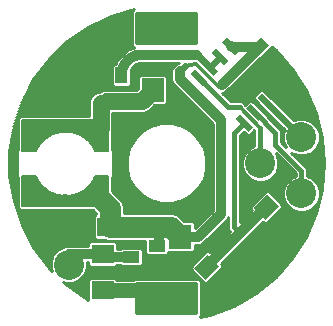
<source format=gtl>
G75*
%MOIN*%
%OFA0B0*%
%FSLAX25Y25*%
%IPPOS*%
%LPD*%
%AMOC8*
5,1,8,0,0,1.08239X$1,22.5*
%
%ADD10C,0.00500*%
%ADD11C,0.00160*%
%ADD12R,0.05000X0.05000*%
%ADD13R,0.07480X0.07874*%
%ADD14R,0.03937X0.05512*%
%ADD15R,0.06299X0.05512*%
%ADD16C,0.10000*%
%ADD17R,0.05512X0.03937*%
%ADD18R,0.03543X0.06299*%
%ADD19R,0.03543X0.05118*%
%ADD20R,0.02165X0.05906*%
%ADD21R,0.07480X0.06299*%
%ADD22C,0.01000*%
%ADD23R,0.04156X0.04156*%
%ADD24OC8,0.04156*%
%ADD25C,0.05600*%
%ADD26C,0.07000*%
%ADD27C,0.03200*%
%ADD28C,0.02400*%
%ADD29C,0.01200*%
%ADD30C,0.01600*%
%ADD31R,0.03762X0.03762*%
%ADD32C,0.05000*%
D10*
X0013380Y0044630D02*
X0013380Y0054866D01*
X0017907Y0054866D01*
X0018270Y0053609D01*
X0018824Y0052424D01*
X0019558Y0051340D01*
X0020451Y0050384D01*
X0021483Y0049580D01*
X0022629Y0048947D01*
X0023859Y0048501D01*
X0025144Y0048253D01*
X0026451Y0048209D01*
X0027750Y0048370D01*
X0029056Y0048162D01*
X0030379Y0048170D01*
X0031682Y0048396D01*
X0032931Y0048832D01*
X0034091Y0049467D01*
X0035131Y0050284D01*
X0036023Y0051261D01*
X0036743Y0052371D01*
X0037271Y0053583D01*
X0037593Y0054866D01*
X0042120Y0054866D01*
X0042120Y0044630D01*
X0013380Y0044630D01*
X0013380Y0044870D02*
X0042120Y0044870D01*
X0042120Y0045369D02*
X0013380Y0045369D01*
X0013380Y0045868D02*
X0042120Y0045868D01*
X0042120Y0046366D02*
X0013380Y0046366D01*
X0013380Y0046865D02*
X0042120Y0046865D01*
X0042120Y0047363D02*
X0013380Y0047363D01*
X0013380Y0047862D02*
X0042120Y0047862D01*
X0042120Y0048360D02*
X0031475Y0048360D01*
X0032979Y0048859D02*
X0042120Y0048859D01*
X0042120Y0049357D02*
X0033889Y0049357D01*
X0034585Y0049856D02*
X0042120Y0049856D01*
X0042120Y0050354D02*
X0035194Y0050354D01*
X0035650Y0050853D02*
X0042120Y0050853D01*
X0042120Y0051351D02*
X0036081Y0051351D01*
X0036405Y0051850D02*
X0042120Y0051850D01*
X0042120Y0052348D02*
X0036728Y0052348D01*
X0036950Y0052847D02*
X0042120Y0052847D01*
X0042120Y0053345D02*
X0037167Y0053345D01*
X0037336Y0053844D02*
X0042120Y0053844D01*
X0042120Y0054342D02*
X0037461Y0054342D01*
X0037586Y0054841D02*
X0042120Y0054841D01*
X0042120Y0063134D02*
X0037593Y0063134D01*
X0037230Y0064391D01*
X0036676Y0065576D01*
X0035942Y0066660D01*
X0035049Y0067616D01*
X0034017Y0068420D01*
X0032871Y0069053D01*
X0031641Y0069499D01*
X0030356Y0069747D01*
X0029049Y0069791D01*
X0027750Y0069630D01*
X0026444Y0069838D01*
X0025121Y0069830D01*
X0023818Y0069604D01*
X0022569Y0069168D01*
X0021409Y0068533D01*
X0020369Y0067716D01*
X0019477Y0066739D01*
X0018757Y0065629D01*
X0018229Y0064417D01*
X0017907Y0063134D01*
X0013380Y0063134D01*
X0013380Y0073370D01*
X0042120Y0073370D01*
X0042120Y0063134D01*
X0042120Y0063315D02*
X0037540Y0063315D01*
X0037397Y0063814D02*
X0042120Y0063814D01*
X0042120Y0064312D02*
X0037253Y0064312D01*
X0037034Y0064811D02*
X0042120Y0064811D01*
X0042120Y0065309D02*
X0036801Y0065309D01*
X0036519Y0065808D02*
X0042120Y0065808D01*
X0042120Y0066306D02*
X0036182Y0066306D01*
X0035807Y0066805D02*
X0042120Y0066805D01*
X0042120Y0067303D02*
X0035341Y0067303D01*
X0034810Y0067802D02*
X0042120Y0067802D01*
X0042120Y0068301D02*
X0034170Y0068301D01*
X0033331Y0068799D02*
X0042120Y0068799D01*
X0042120Y0069298D02*
X0032197Y0069298D01*
X0026709Y0069796D02*
X0042120Y0069796D01*
X0042120Y0070295D02*
X0013380Y0070295D01*
X0013380Y0070793D02*
X0042120Y0070793D01*
X0042120Y0071292D02*
X0013380Y0071292D01*
X0013380Y0071790D02*
X0042120Y0071790D01*
X0042120Y0072289D02*
X0013380Y0072289D01*
X0013380Y0072787D02*
X0042120Y0072787D01*
X0042120Y0073286D02*
X0013380Y0073286D01*
X0013380Y0069796D02*
X0024927Y0069796D01*
X0022941Y0069298D02*
X0013380Y0069298D01*
X0013380Y0068799D02*
X0021896Y0068799D01*
X0021114Y0068301D02*
X0013380Y0068301D01*
X0013380Y0067802D02*
X0020479Y0067802D01*
X0019993Y0067303D02*
X0013380Y0067303D01*
X0013380Y0066805D02*
X0019537Y0066805D01*
X0019197Y0066306D02*
X0013380Y0066306D01*
X0013380Y0065808D02*
X0018873Y0065808D01*
X0018618Y0065309D02*
X0013380Y0065309D01*
X0013380Y0064811D02*
X0018401Y0064811D01*
X0018203Y0064312D02*
X0013380Y0064312D01*
X0013380Y0063814D02*
X0018078Y0063814D01*
X0017953Y0063315D02*
X0013380Y0063315D01*
X0013380Y0054841D02*
X0017915Y0054841D01*
X0018058Y0054342D02*
X0013380Y0054342D01*
X0013380Y0053844D02*
X0018202Y0053844D01*
X0018393Y0053345D02*
X0013380Y0053345D01*
X0013380Y0052847D02*
X0018626Y0052847D01*
X0018875Y0052348D02*
X0013380Y0052348D01*
X0013380Y0051850D02*
X0019213Y0051850D01*
X0019550Y0051351D02*
X0013380Y0051351D01*
X0013380Y0050853D02*
X0020013Y0050853D01*
X0020489Y0050354D02*
X0013380Y0050354D01*
X0013380Y0049856D02*
X0021129Y0049856D01*
X0021886Y0049357D02*
X0013380Y0049357D01*
X0013380Y0048859D02*
X0022872Y0048859D01*
X0024588Y0048360D02*
X0013380Y0048360D01*
X0027669Y0048360D02*
X0027813Y0048360D01*
D11*
X0038854Y0063643D02*
X0037527Y0063085D01*
X0037422Y0063323D01*
X0037310Y0063558D01*
X0037194Y0063790D01*
X0037071Y0064019D01*
X0036943Y0064245D01*
X0036809Y0064468D01*
X0036670Y0064688D01*
X0036526Y0064904D01*
X0036376Y0065117D01*
X0036222Y0065326D01*
X0036062Y0065531D01*
X0035897Y0065732D01*
X0035728Y0065929D01*
X0035554Y0066122D01*
X0035375Y0066310D01*
X0035191Y0066494D01*
X0035003Y0066674D01*
X0034811Y0066849D01*
X0034614Y0067019D01*
X0034414Y0067184D01*
X0034209Y0067345D01*
X0034001Y0067500D01*
X0033789Y0067650D01*
X0033573Y0067796D01*
X0033354Y0067935D01*
X0033132Y0068070D01*
X0032906Y0068198D01*
X0032677Y0068322D01*
X0032445Y0068440D01*
X0032211Y0068552D01*
X0031974Y0068658D01*
X0031734Y0068758D01*
X0031492Y0068853D01*
X0031247Y0068942D01*
X0031001Y0069024D01*
X0030753Y0069101D01*
X0030502Y0069171D01*
X0030251Y0069236D01*
X0029997Y0069294D01*
X0029743Y0069346D01*
X0029487Y0069392D01*
X0029230Y0069432D01*
X0028972Y0069465D01*
X0028713Y0069492D01*
X0028454Y0069513D01*
X0028195Y0069527D01*
X0027935Y0069535D01*
X0027675Y0069537D01*
X0027415Y0069532D01*
X0027156Y0069521D01*
X0026896Y0069504D01*
X0026637Y0069480D01*
X0026379Y0069450D01*
X0026122Y0069414D01*
X0025865Y0069372D01*
X0025610Y0069323D01*
X0025356Y0069268D01*
X0025103Y0069207D01*
X0024852Y0069140D01*
X0024603Y0069066D01*
X0024355Y0068987D01*
X0024110Y0068901D01*
X0023867Y0068810D01*
X0023625Y0068713D01*
X0023387Y0068610D01*
X0023151Y0068501D01*
X0022918Y0068386D01*
X0022687Y0068266D01*
X0022460Y0068140D01*
X0022236Y0068008D01*
X0022015Y0067872D01*
X0021797Y0067729D01*
X0021583Y0067582D01*
X0021373Y0067429D01*
X0021166Y0067272D01*
X0020963Y0067109D01*
X0020765Y0066941D01*
X0020570Y0066769D01*
X0020380Y0066592D01*
X0020194Y0066410D01*
X0020012Y0066224D01*
X0019836Y0066033D01*
X0019663Y0065839D01*
X0019496Y0065640D01*
X0019334Y0065437D01*
X0019176Y0065230D01*
X0019024Y0065019D01*
X0018877Y0064805D01*
X0018735Y0064587D01*
X0018599Y0064366D01*
X0018467Y0064142D01*
X0018342Y0063914D01*
X0018222Y0063683D01*
X0018108Y0063450D01*
X0017999Y0063214D01*
X0017896Y0062975D01*
X0016563Y0063518D01*
X0016679Y0063790D01*
X0016802Y0064058D01*
X0016932Y0064323D01*
X0017068Y0064585D01*
X0017210Y0064844D01*
X0017359Y0065099D01*
X0017514Y0065351D01*
X0017675Y0065598D01*
X0017842Y0065842D01*
X0018015Y0066081D01*
X0018193Y0066316D01*
X0018378Y0066547D01*
X0018568Y0066773D01*
X0018763Y0066994D01*
X0018964Y0067211D01*
X0019170Y0067422D01*
X0019381Y0067629D01*
X0019597Y0067830D01*
X0019818Y0068026D01*
X0020043Y0068217D01*
X0020273Y0068402D01*
X0020508Y0068581D01*
X0020747Y0068754D01*
X0020990Y0068922D01*
X0021237Y0069084D01*
X0021488Y0069239D01*
X0021743Y0069389D01*
X0022001Y0069532D01*
X0022263Y0069669D01*
X0022528Y0069799D01*
X0022796Y0069923D01*
X0023067Y0070040D01*
X0023341Y0070151D01*
X0023617Y0070255D01*
X0023896Y0070352D01*
X0024177Y0070442D01*
X0024460Y0070525D01*
X0024745Y0070602D01*
X0025032Y0070671D01*
X0025321Y0070734D01*
X0025611Y0070789D01*
X0025902Y0070837D01*
X0026195Y0070879D01*
X0026488Y0070913D01*
X0026782Y0070939D01*
X0027077Y0070959D01*
X0027372Y0070972D01*
X0027667Y0070977D01*
X0027962Y0070975D01*
X0028257Y0070966D01*
X0028552Y0070949D01*
X0028847Y0070926D01*
X0029140Y0070895D01*
X0029433Y0070857D01*
X0029725Y0070812D01*
X0030016Y0070760D01*
X0030305Y0070701D01*
X0030593Y0070635D01*
X0030879Y0070561D01*
X0031163Y0070481D01*
X0031445Y0070394D01*
X0031725Y0070300D01*
X0032002Y0070199D01*
X0032277Y0070092D01*
X0032550Y0069978D01*
X0032819Y0069857D01*
X0033086Y0069729D01*
X0033349Y0069596D01*
X0033609Y0069455D01*
X0033865Y0069309D01*
X0034118Y0069156D01*
X0034367Y0068997D01*
X0034612Y0068832D01*
X0034852Y0068662D01*
X0035089Y0068485D01*
X0035321Y0068303D01*
X0035549Y0068115D01*
X0035772Y0067921D01*
X0035990Y0067722D01*
X0036204Y0067518D01*
X0036412Y0067309D01*
X0036615Y0067095D01*
X0036813Y0066875D01*
X0037005Y0066651D01*
X0037192Y0066423D01*
X0037374Y0066190D01*
X0037549Y0065952D01*
X0037719Y0065711D01*
X0037883Y0065465D01*
X0038040Y0065215D01*
X0038192Y0064962D01*
X0038337Y0064705D01*
X0038476Y0064444D01*
X0038609Y0064181D01*
X0038735Y0063914D01*
X0038855Y0063644D01*
X0038715Y0063585D01*
X0038597Y0063852D01*
X0038473Y0064115D01*
X0038342Y0064376D01*
X0038204Y0064633D01*
X0038061Y0064887D01*
X0037911Y0065137D01*
X0037756Y0065384D01*
X0037594Y0065626D01*
X0037426Y0065865D01*
X0037253Y0066099D01*
X0037074Y0066329D01*
X0036889Y0066555D01*
X0036699Y0066776D01*
X0036504Y0066993D01*
X0036303Y0067204D01*
X0036098Y0067411D01*
X0035887Y0067612D01*
X0035671Y0067809D01*
X0035451Y0068000D01*
X0035226Y0068185D01*
X0034997Y0068365D01*
X0034763Y0068540D01*
X0034525Y0068708D01*
X0034283Y0068871D01*
X0034038Y0069028D01*
X0033788Y0069179D01*
X0033535Y0069324D01*
X0033278Y0069462D01*
X0033018Y0069594D01*
X0032755Y0069720D01*
X0032489Y0069839D01*
X0032220Y0069952D01*
X0031949Y0070058D01*
X0031675Y0070158D01*
X0031398Y0070250D01*
X0031120Y0070336D01*
X0030839Y0070416D01*
X0030557Y0070488D01*
X0030273Y0070553D01*
X0029987Y0070612D01*
X0029700Y0070663D01*
X0029412Y0070708D01*
X0029123Y0070745D01*
X0028833Y0070775D01*
X0028542Y0070799D01*
X0028251Y0070815D01*
X0027959Y0070824D01*
X0027668Y0070826D01*
X0027376Y0070821D01*
X0027085Y0070808D01*
X0026794Y0070789D01*
X0026504Y0070762D01*
X0026214Y0070729D01*
X0025925Y0070688D01*
X0025638Y0070640D01*
X0025351Y0070586D01*
X0025066Y0070524D01*
X0024783Y0070456D01*
X0024501Y0070380D01*
X0024222Y0070298D01*
X0023944Y0070209D01*
X0023669Y0070113D01*
X0023396Y0070010D01*
X0023125Y0069901D01*
X0022858Y0069785D01*
X0022593Y0069663D01*
X0022332Y0069534D01*
X0022073Y0069399D01*
X0021818Y0069258D01*
X0021567Y0069110D01*
X0021319Y0068957D01*
X0021075Y0068797D01*
X0020835Y0068632D01*
X0020599Y0068460D01*
X0020367Y0068283D01*
X0020140Y0068101D01*
X0019917Y0067912D01*
X0019699Y0067719D01*
X0019486Y0067520D01*
X0019277Y0067316D01*
X0019074Y0067107D01*
X0018876Y0066894D01*
X0018683Y0066675D01*
X0018495Y0066452D01*
X0018313Y0066224D01*
X0018137Y0065992D01*
X0017966Y0065755D01*
X0017801Y0065515D01*
X0017642Y0065271D01*
X0017489Y0065022D01*
X0017342Y0064770D01*
X0017202Y0064515D01*
X0017067Y0064256D01*
X0016939Y0063994D01*
X0016818Y0063729D01*
X0016702Y0063461D01*
X0016842Y0063404D01*
X0016956Y0063669D01*
X0017076Y0063931D01*
X0017202Y0064189D01*
X0017335Y0064445D01*
X0017474Y0064697D01*
X0017619Y0064945D01*
X0017770Y0065190D01*
X0017927Y0065432D01*
X0018090Y0065669D01*
X0018258Y0065903D01*
X0018433Y0066132D01*
X0018612Y0066357D01*
X0018798Y0066577D01*
X0018988Y0066793D01*
X0019184Y0067004D01*
X0019385Y0067210D01*
X0019590Y0067411D01*
X0019801Y0067608D01*
X0020016Y0067799D01*
X0020236Y0067984D01*
X0020461Y0068165D01*
X0020689Y0068339D01*
X0020922Y0068509D01*
X0021159Y0068672D01*
X0021400Y0068830D01*
X0021645Y0068981D01*
X0021893Y0069127D01*
X0022145Y0069266D01*
X0022400Y0069400D01*
X0022658Y0069527D01*
X0022920Y0069647D01*
X0023184Y0069762D01*
X0023451Y0069869D01*
X0023720Y0069971D01*
X0023992Y0070065D01*
X0024266Y0070153D01*
X0024542Y0070235D01*
X0024821Y0070309D01*
X0025100Y0070377D01*
X0025382Y0070438D01*
X0025664Y0070492D01*
X0025948Y0070539D01*
X0026233Y0070579D01*
X0026519Y0070612D01*
X0026806Y0070638D01*
X0027093Y0070658D01*
X0027381Y0070670D01*
X0027669Y0070675D01*
X0027957Y0070673D01*
X0028244Y0070664D01*
X0028532Y0070648D01*
X0028819Y0070625D01*
X0029105Y0070595D01*
X0029390Y0070558D01*
X0029675Y0070514D01*
X0029958Y0070464D01*
X0030240Y0070406D01*
X0030521Y0070341D01*
X0030800Y0070270D01*
X0031077Y0070192D01*
X0031352Y0070107D01*
X0031625Y0070015D01*
X0031895Y0069917D01*
X0032163Y0069812D01*
X0032429Y0069701D01*
X0032692Y0069583D01*
X0032951Y0069459D01*
X0033208Y0069328D01*
X0033461Y0069192D01*
X0033711Y0069049D01*
X0033958Y0068900D01*
X0034200Y0068745D01*
X0034439Y0068585D01*
X0034674Y0068418D01*
X0034905Y0068246D01*
X0035131Y0068068D01*
X0035353Y0067885D01*
X0035571Y0067696D01*
X0035783Y0067502D01*
X0035991Y0067303D01*
X0036194Y0067099D01*
X0036393Y0066891D01*
X0036585Y0066677D01*
X0036773Y0066459D01*
X0036955Y0066236D01*
X0037132Y0066009D01*
X0037303Y0065777D01*
X0037469Y0065542D01*
X0037628Y0065302D01*
X0037782Y0065059D01*
X0037930Y0064812D01*
X0038072Y0064561D01*
X0038207Y0064307D01*
X0038337Y0064050D01*
X0038460Y0063790D01*
X0038576Y0063527D01*
X0038437Y0063468D01*
X0038322Y0063728D01*
X0038200Y0063985D01*
X0038073Y0064239D01*
X0037939Y0064489D01*
X0037799Y0064737D01*
X0037653Y0064980D01*
X0037501Y0065221D01*
X0037344Y0065457D01*
X0037180Y0065690D01*
X0037011Y0065918D01*
X0036837Y0066142D01*
X0036657Y0066362D01*
X0036472Y0066578D01*
X0036281Y0066789D01*
X0036086Y0066995D01*
X0035885Y0067196D01*
X0035680Y0067392D01*
X0035470Y0067584D01*
X0035255Y0067770D01*
X0035036Y0067951D01*
X0034812Y0068126D01*
X0034585Y0068296D01*
X0034353Y0068461D01*
X0034117Y0068619D01*
X0033877Y0068772D01*
X0033634Y0068919D01*
X0033388Y0069060D01*
X0033137Y0069195D01*
X0032884Y0069324D01*
X0032628Y0069446D01*
X0032368Y0069562D01*
X0032106Y0069672D01*
X0031842Y0069776D01*
X0031575Y0069873D01*
X0031305Y0069963D01*
X0031034Y0070047D01*
X0030760Y0070124D01*
X0030485Y0070195D01*
X0030208Y0070258D01*
X0029930Y0070315D01*
X0029650Y0070365D01*
X0029369Y0070409D01*
X0029087Y0070445D01*
X0028805Y0070475D01*
X0028521Y0070497D01*
X0028238Y0070513D01*
X0027954Y0070522D01*
X0027670Y0070524D01*
X0027385Y0070519D01*
X0027102Y0070507D01*
X0026818Y0070488D01*
X0026535Y0070462D01*
X0026253Y0070429D01*
X0025971Y0070390D01*
X0025691Y0070343D01*
X0025412Y0070290D01*
X0025134Y0070230D01*
X0024858Y0070163D01*
X0024584Y0070089D01*
X0024311Y0070009D01*
X0024040Y0069922D01*
X0023772Y0069829D01*
X0023506Y0069729D01*
X0023243Y0069622D01*
X0022982Y0069510D01*
X0022724Y0069391D01*
X0022469Y0069265D01*
X0022217Y0069134D01*
X0021968Y0068996D01*
X0021723Y0068852D01*
X0021482Y0068702D01*
X0021244Y0068547D01*
X0021010Y0068386D01*
X0020780Y0068219D01*
X0020554Y0068046D01*
X0020333Y0067868D01*
X0020116Y0067685D01*
X0019903Y0067496D01*
X0019695Y0067303D01*
X0019492Y0067104D01*
X0019294Y0066900D01*
X0019100Y0066692D01*
X0018912Y0066479D01*
X0018730Y0066261D01*
X0018552Y0066040D01*
X0018380Y0065813D01*
X0018214Y0065583D01*
X0018053Y0065349D01*
X0017898Y0065110D01*
X0017749Y0064869D01*
X0017606Y0064623D01*
X0017469Y0064374D01*
X0017338Y0064122D01*
X0017213Y0063867D01*
X0017094Y0063609D01*
X0016982Y0063347D01*
X0017122Y0063290D01*
X0017233Y0063548D01*
X0017350Y0063803D01*
X0017473Y0064055D01*
X0017602Y0064304D01*
X0017738Y0064549D01*
X0017879Y0064792D01*
X0018026Y0065030D01*
X0018179Y0065265D01*
X0018338Y0065497D01*
X0018502Y0065724D01*
X0018672Y0065947D01*
X0018847Y0066166D01*
X0019027Y0066381D01*
X0019213Y0066591D01*
X0019404Y0066797D01*
X0019599Y0066998D01*
X0019800Y0067194D01*
X0020005Y0067385D01*
X0020215Y0067571D01*
X0020429Y0067752D01*
X0020648Y0067928D01*
X0020871Y0068098D01*
X0021098Y0068263D01*
X0021329Y0068422D01*
X0021563Y0068575D01*
X0021802Y0068723D01*
X0022044Y0068865D01*
X0022289Y0069001D01*
X0022538Y0069131D01*
X0022789Y0069254D01*
X0023044Y0069372D01*
X0023301Y0069483D01*
X0023561Y0069588D01*
X0023824Y0069687D01*
X0024089Y0069779D01*
X0024356Y0069865D01*
X0024625Y0069944D01*
X0024896Y0070017D01*
X0025168Y0070083D01*
X0025442Y0070142D01*
X0025718Y0070195D01*
X0025994Y0070240D01*
X0026272Y0070280D01*
X0026551Y0070312D01*
X0026830Y0070337D01*
X0027110Y0070356D01*
X0027390Y0070368D01*
X0027670Y0070373D01*
X0027951Y0070371D01*
X0028231Y0070362D01*
X0028511Y0070347D01*
X0028791Y0070324D01*
X0029070Y0070295D01*
X0029348Y0070259D01*
X0029625Y0070217D01*
X0029901Y0070167D01*
X0030176Y0070111D01*
X0030449Y0070048D01*
X0030721Y0069978D01*
X0030991Y0069902D01*
X0031259Y0069819D01*
X0031525Y0069730D01*
X0031788Y0069635D01*
X0032049Y0069532D01*
X0032308Y0069424D01*
X0032564Y0069309D01*
X0032817Y0069188D01*
X0033067Y0069061D01*
X0033314Y0068928D01*
X0033557Y0068789D01*
X0033797Y0068644D01*
X0034034Y0068493D01*
X0034267Y0068337D01*
X0034495Y0068174D01*
X0034720Y0068007D01*
X0034941Y0067834D01*
X0035157Y0067655D01*
X0035369Y0067471D01*
X0035576Y0067283D01*
X0035779Y0067089D01*
X0035977Y0066890D01*
X0036170Y0066687D01*
X0036358Y0066478D01*
X0036541Y0066266D01*
X0036718Y0066049D01*
X0036891Y0065827D01*
X0037057Y0065602D01*
X0037219Y0065372D01*
X0037374Y0065139D01*
X0037524Y0064902D01*
X0037668Y0064661D01*
X0037806Y0064417D01*
X0037938Y0064170D01*
X0038064Y0063919D01*
X0038184Y0063666D01*
X0038298Y0063409D01*
X0038159Y0063351D01*
X0038046Y0063604D01*
X0037928Y0063854D01*
X0037804Y0064101D01*
X0037673Y0064345D01*
X0037537Y0064586D01*
X0037395Y0064824D01*
X0037247Y0065058D01*
X0037093Y0065288D01*
X0036934Y0065514D01*
X0036770Y0065737D01*
X0036600Y0065955D01*
X0036424Y0066169D01*
X0036244Y0066379D01*
X0036059Y0066585D01*
X0035868Y0066785D01*
X0035673Y0066981D01*
X0035473Y0067173D01*
X0035268Y0067359D01*
X0035059Y0067540D01*
X0034846Y0067716D01*
X0034628Y0067887D01*
X0034406Y0068053D01*
X0034180Y0068213D01*
X0033951Y0068367D01*
X0033717Y0068516D01*
X0033480Y0068659D01*
X0033240Y0068796D01*
X0032997Y0068928D01*
X0032750Y0069053D01*
X0032500Y0069172D01*
X0032248Y0069286D01*
X0031992Y0069393D01*
X0031735Y0069493D01*
X0031475Y0069588D01*
X0031212Y0069676D01*
X0030948Y0069757D01*
X0030681Y0069833D01*
X0030413Y0069901D01*
X0030144Y0069963D01*
X0029872Y0070019D01*
X0029600Y0070068D01*
X0029327Y0070110D01*
X0029052Y0070145D01*
X0028777Y0070174D01*
X0028501Y0070196D01*
X0028225Y0070211D01*
X0027948Y0070220D01*
X0027671Y0070222D01*
X0027395Y0070217D01*
X0027118Y0070205D01*
X0026842Y0070187D01*
X0026566Y0070162D01*
X0026291Y0070130D01*
X0026017Y0070091D01*
X0025744Y0070046D01*
X0025473Y0069994D01*
X0025202Y0069936D01*
X0024933Y0069870D01*
X0024666Y0069799D01*
X0024400Y0069721D01*
X0024137Y0069636D01*
X0023875Y0069545D01*
X0023616Y0069448D01*
X0023360Y0069344D01*
X0023106Y0069234D01*
X0022855Y0069118D01*
X0022606Y0068996D01*
X0022361Y0068868D01*
X0022119Y0068734D01*
X0021880Y0068594D01*
X0021645Y0068448D01*
X0021413Y0068297D01*
X0021185Y0068140D01*
X0020961Y0067977D01*
X0020741Y0067809D01*
X0020526Y0067636D01*
X0020314Y0067457D01*
X0020107Y0067274D01*
X0019905Y0067085D01*
X0019707Y0066892D01*
X0019514Y0066693D01*
X0019325Y0066491D01*
X0019142Y0066283D01*
X0018964Y0066071D01*
X0018791Y0065855D01*
X0018624Y0065635D01*
X0018462Y0065410D01*
X0018305Y0065182D01*
X0018154Y0064950D01*
X0018009Y0064715D01*
X0017869Y0064476D01*
X0017736Y0064233D01*
X0017608Y0063988D01*
X0017487Y0063739D01*
X0017371Y0063488D01*
X0017262Y0063234D01*
X0017402Y0063177D01*
X0017510Y0063427D01*
X0017624Y0063675D01*
X0017744Y0063921D01*
X0017869Y0064163D01*
X0018001Y0064402D01*
X0018139Y0064638D01*
X0018282Y0064870D01*
X0018431Y0065099D01*
X0018586Y0065324D01*
X0018746Y0065546D01*
X0018911Y0065763D01*
X0019081Y0065976D01*
X0019257Y0066185D01*
X0019438Y0066390D01*
X0019624Y0066590D01*
X0019814Y0066786D01*
X0020009Y0066976D01*
X0020209Y0067162D01*
X0020413Y0067344D01*
X0020622Y0067520D01*
X0020835Y0067691D01*
X0021052Y0067856D01*
X0021273Y0068017D01*
X0021498Y0068172D01*
X0021726Y0068321D01*
X0021958Y0068465D01*
X0022194Y0068603D01*
X0022433Y0068735D01*
X0022675Y0068862D01*
X0022920Y0068982D01*
X0023168Y0069097D01*
X0023418Y0069205D01*
X0023672Y0069307D01*
X0023927Y0069403D01*
X0024185Y0069493D01*
X0024445Y0069576D01*
X0024707Y0069654D01*
X0024971Y0069724D01*
X0025236Y0069788D01*
X0025503Y0069846D01*
X0025771Y0069897D01*
X0026040Y0069942D01*
X0026311Y0069980D01*
X0026582Y0070011D01*
X0026854Y0070036D01*
X0027126Y0070054D01*
X0027399Y0070066D01*
X0027672Y0070071D01*
X0027945Y0070069D01*
X0028218Y0070061D01*
X0028491Y0070045D01*
X0028763Y0070024D01*
X0029034Y0069995D01*
X0029305Y0069960D01*
X0029575Y0069919D01*
X0029844Y0069871D01*
X0030111Y0069816D01*
X0030377Y0069755D01*
X0030642Y0069687D01*
X0030905Y0069613D01*
X0031166Y0069532D01*
X0031424Y0069445D01*
X0031681Y0069352D01*
X0031935Y0069253D01*
X0032187Y0069147D01*
X0032436Y0069036D01*
X0032683Y0068918D01*
X0032926Y0068794D01*
X0033166Y0068665D01*
X0033404Y0068529D01*
X0033637Y0068388D01*
X0033867Y0068241D01*
X0034094Y0068089D01*
X0034317Y0067931D01*
X0034536Y0067768D01*
X0034750Y0067599D01*
X0034961Y0067425D01*
X0035167Y0067247D01*
X0035369Y0067063D01*
X0035567Y0066874D01*
X0035759Y0066681D01*
X0035947Y0066482D01*
X0036130Y0066280D01*
X0036308Y0066073D01*
X0036481Y0065862D01*
X0036649Y0065646D01*
X0036811Y0065427D01*
X0036968Y0065203D01*
X0037120Y0064976D01*
X0037266Y0064745D01*
X0037406Y0064511D01*
X0037541Y0064273D01*
X0037669Y0064033D01*
X0037792Y0063789D01*
X0037909Y0063542D01*
X0038019Y0063292D01*
X0037880Y0063234D01*
X0037771Y0063480D01*
X0037656Y0063723D01*
X0037535Y0063964D01*
X0037408Y0064202D01*
X0037275Y0064436D01*
X0037137Y0064667D01*
X0036993Y0064895D01*
X0036843Y0065119D01*
X0036688Y0065339D01*
X0036528Y0065556D01*
X0036363Y0065768D01*
X0036192Y0065976D01*
X0036016Y0066181D01*
X0035836Y0066380D01*
X0035651Y0066576D01*
X0035460Y0066767D01*
X0035266Y0066953D01*
X0035067Y0067134D01*
X0034863Y0067310D01*
X0034655Y0067482D01*
X0034443Y0067648D01*
X0034227Y0067809D01*
X0034008Y0067965D01*
X0033784Y0068115D01*
X0033557Y0068260D01*
X0033327Y0068399D01*
X0033093Y0068533D01*
X0032856Y0068661D01*
X0032616Y0068783D01*
X0032373Y0068899D01*
X0032127Y0069009D01*
X0031878Y0069113D01*
X0031628Y0069211D01*
X0031374Y0069303D01*
X0031119Y0069389D01*
X0030862Y0069468D01*
X0030602Y0069541D01*
X0030342Y0069608D01*
X0030079Y0069668D01*
X0029815Y0069722D01*
X0029550Y0069770D01*
X0029284Y0069811D01*
X0029017Y0069845D01*
X0028749Y0069873D01*
X0028480Y0069895D01*
X0028212Y0069910D01*
X0027942Y0069918D01*
X0027673Y0069920D01*
X0027404Y0069915D01*
X0027135Y0069904D01*
X0026866Y0069886D01*
X0026598Y0069861D01*
X0026330Y0069830D01*
X0026063Y0069793D01*
X0025798Y0069749D01*
X0025533Y0069698D01*
X0025270Y0069641D01*
X0025008Y0069578D01*
X0024748Y0069508D01*
X0024490Y0069432D01*
X0024233Y0069350D01*
X0023979Y0069261D01*
X0023727Y0069167D01*
X0023477Y0069066D01*
X0023230Y0068959D01*
X0022985Y0068846D01*
X0022743Y0068727D01*
X0022505Y0068602D01*
X0022269Y0068472D01*
X0022037Y0068336D01*
X0021808Y0068194D01*
X0021582Y0068047D01*
X0021361Y0067894D01*
X0021143Y0067736D01*
X0020929Y0067572D01*
X0020719Y0067404D01*
X0020513Y0067230D01*
X0020311Y0067051D01*
X0020114Y0066868D01*
X0019921Y0066679D01*
X0019734Y0066486D01*
X0019550Y0066289D01*
X0019372Y0066087D01*
X0019199Y0065881D01*
X0019030Y0065671D01*
X0018867Y0065456D01*
X0018710Y0065238D01*
X0018557Y0065016D01*
X0018410Y0064790D01*
X0018269Y0064561D01*
X0018133Y0064328D01*
X0018003Y0064093D01*
X0017879Y0063854D01*
X0017760Y0063612D01*
X0017648Y0063367D01*
X0017541Y0063120D01*
X0017681Y0063063D01*
X0017786Y0063307D01*
X0017897Y0063548D01*
X0018014Y0063786D01*
X0018137Y0064022D01*
X0018265Y0064255D01*
X0018399Y0064484D01*
X0018538Y0064710D01*
X0018683Y0064933D01*
X0018834Y0065152D01*
X0018989Y0065367D01*
X0019150Y0065578D01*
X0019316Y0065786D01*
X0019487Y0065989D01*
X0019663Y0066188D01*
X0019843Y0066383D01*
X0020029Y0066573D01*
X0020219Y0066759D01*
X0020413Y0066940D01*
X0020612Y0067116D01*
X0020815Y0067287D01*
X0021022Y0067454D01*
X0021233Y0067615D01*
X0021448Y0067771D01*
X0021667Y0067922D01*
X0021889Y0068067D01*
X0022115Y0068207D01*
X0022344Y0068341D01*
X0022577Y0068470D01*
X0022812Y0068593D01*
X0023051Y0068710D01*
X0023292Y0068821D01*
X0023535Y0068927D01*
X0023782Y0069026D01*
X0024030Y0069119D01*
X0024281Y0069207D01*
X0024534Y0069288D01*
X0024789Y0069363D01*
X0025046Y0069432D01*
X0025304Y0069494D01*
X0025563Y0069550D01*
X0025824Y0069600D01*
X0026086Y0069643D01*
X0026349Y0069680D01*
X0026613Y0069711D01*
X0026878Y0069735D01*
X0027143Y0069753D01*
X0027408Y0069764D01*
X0027674Y0069769D01*
X0027939Y0069767D01*
X0028205Y0069759D01*
X0028470Y0069744D01*
X0028735Y0069723D01*
X0028999Y0069695D01*
X0029263Y0069661D01*
X0029525Y0069621D01*
X0029787Y0069574D01*
X0030047Y0069521D01*
X0030306Y0069461D01*
X0030563Y0069395D01*
X0030819Y0069323D01*
X0031072Y0069245D01*
X0031324Y0069160D01*
X0031574Y0069070D01*
X0031821Y0068973D01*
X0032066Y0068870D01*
X0032309Y0068762D01*
X0032548Y0068647D01*
X0032785Y0068527D01*
X0033019Y0068401D01*
X0033250Y0068269D01*
X0033477Y0068132D01*
X0033701Y0067989D01*
X0033921Y0067841D01*
X0034138Y0067687D01*
X0034351Y0067529D01*
X0034560Y0067365D01*
X0034765Y0067196D01*
X0034966Y0067022D01*
X0035162Y0066843D01*
X0035354Y0066659D01*
X0035542Y0066471D01*
X0035725Y0066278D01*
X0035903Y0066081D01*
X0036076Y0065880D01*
X0036244Y0065674D01*
X0036407Y0065465D01*
X0036565Y0065251D01*
X0036718Y0065034D01*
X0036866Y0064813D01*
X0037008Y0064589D01*
X0037144Y0064361D01*
X0037275Y0064130D01*
X0037400Y0063895D01*
X0037520Y0063658D01*
X0037633Y0063418D01*
X0037741Y0063175D01*
X0037602Y0063117D01*
X0037496Y0063356D01*
X0037384Y0063593D01*
X0037266Y0063827D01*
X0037142Y0064058D01*
X0037013Y0064286D01*
X0036879Y0064510D01*
X0036738Y0064732D01*
X0036593Y0064950D01*
X0036442Y0065164D01*
X0036287Y0065374D01*
X0036126Y0065581D01*
X0035960Y0065784D01*
X0035789Y0065982D01*
X0035613Y0066176D01*
X0035433Y0066366D01*
X0035248Y0066552D01*
X0035059Y0066733D01*
X0034865Y0066909D01*
X0034667Y0067081D01*
X0034465Y0067247D01*
X0034259Y0067409D01*
X0034049Y0067566D01*
X0033835Y0067717D01*
X0033618Y0067863D01*
X0033397Y0068004D01*
X0033173Y0068139D01*
X0032945Y0068269D01*
X0032715Y0068393D01*
X0032481Y0068512D01*
X0032245Y0068625D01*
X0032006Y0068732D01*
X0031764Y0068833D01*
X0031520Y0068929D01*
X0031274Y0069018D01*
X0031026Y0069101D01*
X0030776Y0069179D01*
X0030524Y0069250D01*
X0030270Y0069315D01*
X0030015Y0069373D01*
X0029758Y0069426D01*
X0029500Y0069472D01*
X0029241Y0069512D01*
X0028981Y0069545D01*
X0028721Y0069573D01*
X0028460Y0069594D01*
X0028198Y0069608D01*
X0027937Y0069616D01*
X0027675Y0069618D01*
X0027413Y0069613D01*
X0027151Y0069602D01*
X0026890Y0069585D01*
X0026629Y0069561D01*
X0026369Y0069531D01*
X0026109Y0069494D01*
X0025851Y0069451D01*
X0025594Y0069402D01*
X0025338Y0069347D01*
X0025083Y0069285D01*
X0024830Y0069218D01*
X0024579Y0069144D01*
X0024329Y0069064D01*
X0024082Y0068978D01*
X0023837Y0068885D01*
X0023594Y0068787D01*
X0023354Y0068683D01*
X0023116Y0068574D01*
X0022881Y0068458D01*
X0022649Y0068337D01*
X0022419Y0068210D01*
X0022194Y0068078D01*
X0021971Y0067940D01*
X0021752Y0067796D01*
X0021536Y0067648D01*
X0021324Y0067494D01*
X0021116Y0067335D01*
X0020911Y0067171D01*
X0020711Y0067002D01*
X0020515Y0066829D01*
X0020324Y0066650D01*
X0020136Y0066467D01*
X0019953Y0066279D01*
X0019775Y0066087D01*
X0019602Y0065891D01*
X0019433Y0065691D01*
X0019270Y0065486D01*
X0019111Y0065278D01*
X0018958Y0065066D01*
X0018809Y0064850D01*
X0018666Y0064630D01*
X0018529Y0064407D01*
X0018397Y0064181D01*
X0018270Y0063952D01*
X0018149Y0063719D01*
X0018034Y0063484D01*
X0017925Y0063246D01*
X0017821Y0063006D01*
X0016646Y0054357D02*
X0017973Y0054915D01*
X0018078Y0054677D01*
X0018190Y0054442D01*
X0018306Y0054210D01*
X0018429Y0053981D01*
X0018557Y0053755D01*
X0018691Y0053532D01*
X0018830Y0053312D01*
X0018974Y0053096D01*
X0019124Y0052883D01*
X0019278Y0052674D01*
X0019438Y0052469D01*
X0019603Y0052268D01*
X0019772Y0052071D01*
X0019946Y0051878D01*
X0020125Y0051690D01*
X0020309Y0051506D01*
X0020497Y0051326D01*
X0020689Y0051151D01*
X0020886Y0050981D01*
X0021086Y0050816D01*
X0021291Y0050655D01*
X0021499Y0050500D01*
X0021711Y0050350D01*
X0021927Y0050204D01*
X0022146Y0050065D01*
X0022368Y0049930D01*
X0022594Y0049802D01*
X0022823Y0049678D01*
X0023055Y0049560D01*
X0023289Y0049448D01*
X0023526Y0049342D01*
X0023766Y0049242D01*
X0024008Y0049147D01*
X0024253Y0049058D01*
X0024499Y0048976D01*
X0024747Y0048899D01*
X0024998Y0048829D01*
X0025249Y0048764D01*
X0025503Y0048706D01*
X0025757Y0048654D01*
X0026013Y0048608D01*
X0026270Y0048568D01*
X0026528Y0048535D01*
X0026787Y0048508D01*
X0027046Y0048487D01*
X0027305Y0048473D01*
X0027565Y0048465D01*
X0027825Y0048463D01*
X0028085Y0048468D01*
X0028344Y0048479D01*
X0028604Y0048496D01*
X0028863Y0048520D01*
X0029121Y0048550D01*
X0029378Y0048586D01*
X0029635Y0048628D01*
X0029890Y0048677D01*
X0030144Y0048732D01*
X0030397Y0048793D01*
X0030648Y0048860D01*
X0030897Y0048934D01*
X0031145Y0049013D01*
X0031390Y0049099D01*
X0031633Y0049190D01*
X0031875Y0049287D01*
X0032113Y0049390D01*
X0032349Y0049499D01*
X0032582Y0049614D01*
X0032813Y0049734D01*
X0033040Y0049860D01*
X0033264Y0049992D01*
X0033485Y0050128D01*
X0033703Y0050271D01*
X0033917Y0050418D01*
X0034127Y0050571D01*
X0034334Y0050728D01*
X0034537Y0050891D01*
X0034735Y0051059D01*
X0034930Y0051231D01*
X0035120Y0051408D01*
X0035306Y0051590D01*
X0035488Y0051776D01*
X0035664Y0051967D01*
X0035837Y0052161D01*
X0036004Y0052360D01*
X0036166Y0052563D01*
X0036324Y0052770D01*
X0036476Y0052981D01*
X0036623Y0053195D01*
X0036765Y0053413D01*
X0036901Y0053634D01*
X0037033Y0053858D01*
X0037158Y0054086D01*
X0037278Y0054317D01*
X0037392Y0054550D01*
X0037501Y0054786D01*
X0037604Y0055025D01*
X0038937Y0054482D01*
X0038821Y0054210D01*
X0038698Y0053942D01*
X0038568Y0053677D01*
X0038432Y0053415D01*
X0038290Y0053156D01*
X0038141Y0052901D01*
X0037986Y0052649D01*
X0037825Y0052402D01*
X0037658Y0052158D01*
X0037485Y0051919D01*
X0037307Y0051684D01*
X0037122Y0051453D01*
X0036932Y0051227D01*
X0036737Y0051006D01*
X0036536Y0050789D01*
X0036330Y0050578D01*
X0036119Y0050371D01*
X0035903Y0050170D01*
X0035682Y0049974D01*
X0035457Y0049783D01*
X0035227Y0049598D01*
X0034992Y0049419D01*
X0034753Y0049246D01*
X0034510Y0049078D01*
X0034263Y0048916D01*
X0034012Y0048761D01*
X0033757Y0048611D01*
X0033499Y0048468D01*
X0033237Y0048331D01*
X0032972Y0048201D01*
X0032704Y0048077D01*
X0032433Y0047960D01*
X0032159Y0047849D01*
X0031883Y0047745D01*
X0031604Y0047648D01*
X0031323Y0047558D01*
X0031040Y0047475D01*
X0030755Y0047398D01*
X0030468Y0047329D01*
X0030179Y0047266D01*
X0029889Y0047211D01*
X0029598Y0047163D01*
X0029305Y0047121D01*
X0029012Y0047087D01*
X0028718Y0047061D01*
X0028423Y0047041D01*
X0028128Y0047028D01*
X0027833Y0047023D01*
X0027538Y0047025D01*
X0027243Y0047034D01*
X0026948Y0047051D01*
X0026653Y0047074D01*
X0026360Y0047105D01*
X0026067Y0047143D01*
X0025775Y0047188D01*
X0025484Y0047240D01*
X0025195Y0047299D01*
X0024907Y0047365D01*
X0024621Y0047439D01*
X0024337Y0047519D01*
X0024055Y0047606D01*
X0023775Y0047700D01*
X0023498Y0047801D01*
X0023223Y0047908D01*
X0022950Y0048022D01*
X0022681Y0048143D01*
X0022414Y0048271D01*
X0022151Y0048404D01*
X0021891Y0048545D01*
X0021635Y0048691D01*
X0021382Y0048844D01*
X0021133Y0049003D01*
X0020888Y0049168D01*
X0020648Y0049338D01*
X0020411Y0049515D01*
X0020179Y0049697D01*
X0019951Y0049885D01*
X0019728Y0050079D01*
X0019510Y0050278D01*
X0019296Y0050482D01*
X0019088Y0050691D01*
X0018885Y0050905D01*
X0018687Y0051125D01*
X0018495Y0051349D01*
X0018308Y0051577D01*
X0018126Y0051810D01*
X0017951Y0052048D01*
X0017781Y0052289D01*
X0017617Y0052535D01*
X0017460Y0052785D01*
X0017308Y0053038D01*
X0017163Y0053295D01*
X0017024Y0053556D01*
X0016891Y0053819D01*
X0016765Y0054086D01*
X0016645Y0054356D01*
X0016785Y0054415D01*
X0016903Y0054148D01*
X0017027Y0053885D01*
X0017158Y0053624D01*
X0017296Y0053367D01*
X0017439Y0053113D01*
X0017589Y0052863D01*
X0017744Y0052616D01*
X0017906Y0052374D01*
X0018074Y0052135D01*
X0018247Y0051901D01*
X0018426Y0051671D01*
X0018611Y0051445D01*
X0018801Y0051224D01*
X0018996Y0051007D01*
X0019197Y0050796D01*
X0019402Y0050589D01*
X0019613Y0050388D01*
X0019829Y0050191D01*
X0020049Y0050000D01*
X0020274Y0049815D01*
X0020503Y0049635D01*
X0020737Y0049460D01*
X0020975Y0049292D01*
X0021217Y0049129D01*
X0021462Y0048972D01*
X0021712Y0048821D01*
X0021965Y0048676D01*
X0022222Y0048538D01*
X0022482Y0048406D01*
X0022745Y0048280D01*
X0023011Y0048161D01*
X0023280Y0048048D01*
X0023551Y0047942D01*
X0023825Y0047842D01*
X0024102Y0047750D01*
X0024380Y0047664D01*
X0024661Y0047584D01*
X0024943Y0047512D01*
X0025227Y0047447D01*
X0025513Y0047388D01*
X0025800Y0047337D01*
X0026088Y0047292D01*
X0026377Y0047255D01*
X0026667Y0047225D01*
X0026958Y0047201D01*
X0027249Y0047185D01*
X0027541Y0047176D01*
X0027832Y0047174D01*
X0028124Y0047179D01*
X0028415Y0047192D01*
X0028706Y0047211D01*
X0028996Y0047238D01*
X0029286Y0047271D01*
X0029575Y0047312D01*
X0029862Y0047360D01*
X0030149Y0047414D01*
X0030434Y0047476D01*
X0030717Y0047544D01*
X0030999Y0047620D01*
X0031278Y0047702D01*
X0031556Y0047791D01*
X0031831Y0047887D01*
X0032104Y0047990D01*
X0032375Y0048099D01*
X0032642Y0048215D01*
X0032907Y0048337D01*
X0033168Y0048466D01*
X0033427Y0048601D01*
X0033682Y0048742D01*
X0033933Y0048890D01*
X0034181Y0049043D01*
X0034425Y0049203D01*
X0034665Y0049368D01*
X0034901Y0049540D01*
X0035133Y0049717D01*
X0035360Y0049899D01*
X0035583Y0050088D01*
X0035801Y0050281D01*
X0036014Y0050480D01*
X0036223Y0050684D01*
X0036426Y0050893D01*
X0036624Y0051106D01*
X0036817Y0051325D01*
X0037005Y0051548D01*
X0037187Y0051776D01*
X0037363Y0052008D01*
X0037534Y0052245D01*
X0037699Y0052485D01*
X0037858Y0052729D01*
X0038011Y0052978D01*
X0038158Y0053230D01*
X0038298Y0053485D01*
X0038433Y0053744D01*
X0038561Y0054006D01*
X0038682Y0054271D01*
X0038798Y0054539D01*
X0038658Y0054596D01*
X0038544Y0054331D01*
X0038424Y0054069D01*
X0038298Y0053811D01*
X0038165Y0053555D01*
X0038026Y0053303D01*
X0037881Y0053055D01*
X0037730Y0052810D01*
X0037573Y0052568D01*
X0037410Y0052331D01*
X0037242Y0052097D01*
X0037067Y0051868D01*
X0036888Y0051643D01*
X0036702Y0051423D01*
X0036512Y0051207D01*
X0036316Y0050996D01*
X0036115Y0050790D01*
X0035910Y0050589D01*
X0035699Y0050392D01*
X0035484Y0050201D01*
X0035264Y0050016D01*
X0035039Y0049835D01*
X0034811Y0049661D01*
X0034578Y0049491D01*
X0034341Y0049328D01*
X0034100Y0049170D01*
X0033855Y0049019D01*
X0033607Y0048873D01*
X0033355Y0048734D01*
X0033100Y0048600D01*
X0032842Y0048473D01*
X0032580Y0048353D01*
X0032316Y0048238D01*
X0032049Y0048131D01*
X0031780Y0048029D01*
X0031508Y0047935D01*
X0031234Y0047847D01*
X0030958Y0047765D01*
X0030679Y0047691D01*
X0030400Y0047623D01*
X0030118Y0047562D01*
X0029836Y0047508D01*
X0029552Y0047461D01*
X0029267Y0047421D01*
X0028981Y0047388D01*
X0028694Y0047362D01*
X0028407Y0047342D01*
X0028119Y0047330D01*
X0027831Y0047325D01*
X0027543Y0047327D01*
X0027256Y0047336D01*
X0026968Y0047352D01*
X0026681Y0047375D01*
X0026395Y0047405D01*
X0026110Y0047442D01*
X0025825Y0047486D01*
X0025542Y0047536D01*
X0025260Y0047594D01*
X0024979Y0047659D01*
X0024700Y0047730D01*
X0024423Y0047808D01*
X0024148Y0047893D01*
X0023875Y0047985D01*
X0023605Y0048083D01*
X0023337Y0048188D01*
X0023071Y0048299D01*
X0022808Y0048417D01*
X0022549Y0048541D01*
X0022292Y0048672D01*
X0022039Y0048808D01*
X0021789Y0048951D01*
X0021542Y0049100D01*
X0021300Y0049255D01*
X0021061Y0049415D01*
X0020826Y0049582D01*
X0020595Y0049754D01*
X0020369Y0049932D01*
X0020147Y0050115D01*
X0019929Y0050304D01*
X0019717Y0050498D01*
X0019509Y0050697D01*
X0019306Y0050901D01*
X0019107Y0051109D01*
X0018915Y0051323D01*
X0018727Y0051541D01*
X0018545Y0051764D01*
X0018368Y0051991D01*
X0018197Y0052223D01*
X0018031Y0052458D01*
X0017872Y0052698D01*
X0017718Y0052941D01*
X0017570Y0053188D01*
X0017428Y0053439D01*
X0017293Y0053693D01*
X0017163Y0053950D01*
X0017040Y0054210D01*
X0016924Y0054473D01*
X0017063Y0054532D01*
X0017178Y0054272D01*
X0017300Y0054015D01*
X0017427Y0053761D01*
X0017561Y0053511D01*
X0017701Y0053263D01*
X0017847Y0053020D01*
X0017999Y0052779D01*
X0018156Y0052543D01*
X0018320Y0052310D01*
X0018489Y0052082D01*
X0018663Y0051858D01*
X0018843Y0051638D01*
X0019028Y0051422D01*
X0019219Y0051211D01*
X0019414Y0051005D01*
X0019615Y0050804D01*
X0019820Y0050608D01*
X0020030Y0050416D01*
X0020245Y0050230D01*
X0020464Y0050049D01*
X0020688Y0049874D01*
X0020915Y0049704D01*
X0021147Y0049539D01*
X0021383Y0049381D01*
X0021623Y0049228D01*
X0021866Y0049081D01*
X0022112Y0048940D01*
X0022363Y0048805D01*
X0022616Y0048676D01*
X0022872Y0048554D01*
X0023132Y0048438D01*
X0023394Y0048328D01*
X0023658Y0048224D01*
X0023925Y0048127D01*
X0024195Y0048037D01*
X0024466Y0047953D01*
X0024740Y0047876D01*
X0025015Y0047805D01*
X0025292Y0047742D01*
X0025570Y0047685D01*
X0025850Y0047635D01*
X0026131Y0047591D01*
X0026413Y0047555D01*
X0026695Y0047525D01*
X0026979Y0047503D01*
X0027262Y0047487D01*
X0027546Y0047478D01*
X0027830Y0047476D01*
X0028115Y0047481D01*
X0028398Y0047493D01*
X0028682Y0047512D01*
X0028965Y0047538D01*
X0029247Y0047571D01*
X0029529Y0047610D01*
X0029809Y0047657D01*
X0030088Y0047710D01*
X0030366Y0047770D01*
X0030642Y0047837D01*
X0030916Y0047911D01*
X0031189Y0047991D01*
X0031460Y0048078D01*
X0031728Y0048171D01*
X0031994Y0048271D01*
X0032257Y0048378D01*
X0032518Y0048490D01*
X0032776Y0048609D01*
X0033031Y0048735D01*
X0033283Y0048866D01*
X0033532Y0049004D01*
X0033777Y0049148D01*
X0034018Y0049298D01*
X0034256Y0049453D01*
X0034490Y0049614D01*
X0034720Y0049781D01*
X0034946Y0049954D01*
X0035167Y0050132D01*
X0035384Y0050315D01*
X0035597Y0050504D01*
X0035805Y0050697D01*
X0036008Y0050896D01*
X0036206Y0051100D01*
X0036400Y0051308D01*
X0036588Y0051521D01*
X0036770Y0051739D01*
X0036948Y0051960D01*
X0037120Y0052187D01*
X0037286Y0052417D01*
X0037447Y0052651D01*
X0037602Y0052890D01*
X0037751Y0053131D01*
X0037894Y0053377D01*
X0038031Y0053626D01*
X0038162Y0053878D01*
X0038287Y0054133D01*
X0038406Y0054391D01*
X0038518Y0054653D01*
X0038378Y0054710D01*
X0038267Y0054452D01*
X0038150Y0054197D01*
X0038027Y0053945D01*
X0037898Y0053696D01*
X0037762Y0053451D01*
X0037621Y0053208D01*
X0037474Y0052970D01*
X0037321Y0052735D01*
X0037162Y0052503D01*
X0036998Y0052276D01*
X0036828Y0052053D01*
X0036653Y0051834D01*
X0036473Y0051619D01*
X0036287Y0051409D01*
X0036096Y0051203D01*
X0035901Y0051002D01*
X0035700Y0050806D01*
X0035495Y0050615D01*
X0035285Y0050429D01*
X0035071Y0050248D01*
X0034852Y0050072D01*
X0034629Y0049902D01*
X0034402Y0049737D01*
X0034171Y0049578D01*
X0033937Y0049425D01*
X0033698Y0049277D01*
X0033456Y0049135D01*
X0033211Y0048999D01*
X0032962Y0048869D01*
X0032711Y0048746D01*
X0032456Y0048628D01*
X0032199Y0048517D01*
X0031939Y0048412D01*
X0031676Y0048313D01*
X0031411Y0048221D01*
X0031144Y0048135D01*
X0030875Y0048056D01*
X0030604Y0047983D01*
X0030332Y0047917D01*
X0030058Y0047858D01*
X0029782Y0047805D01*
X0029506Y0047760D01*
X0029228Y0047720D01*
X0028949Y0047688D01*
X0028670Y0047663D01*
X0028390Y0047644D01*
X0028110Y0047632D01*
X0027830Y0047627D01*
X0027549Y0047629D01*
X0027269Y0047638D01*
X0026989Y0047653D01*
X0026709Y0047676D01*
X0026430Y0047705D01*
X0026152Y0047741D01*
X0025875Y0047783D01*
X0025599Y0047833D01*
X0025324Y0047889D01*
X0025051Y0047952D01*
X0024779Y0048022D01*
X0024509Y0048098D01*
X0024241Y0048181D01*
X0023975Y0048270D01*
X0023712Y0048365D01*
X0023451Y0048468D01*
X0023192Y0048576D01*
X0022936Y0048691D01*
X0022683Y0048812D01*
X0022433Y0048939D01*
X0022186Y0049072D01*
X0021943Y0049211D01*
X0021703Y0049356D01*
X0021466Y0049507D01*
X0021233Y0049663D01*
X0021005Y0049826D01*
X0020780Y0049993D01*
X0020559Y0050166D01*
X0020343Y0050345D01*
X0020131Y0050529D01*
X0019924Y0050717D01*
X0019721Y0050911D01*
X0019523Y0051110D01*
X0019330Y0051313D01*
X0019142Y0051522D01*
X0018959Y0051734D01*
X0018782Y0051951D01*
X0018609Y0052173D01*
X0018443Y0052398D01*
X0018281Y0052628D01*
X0018126Y0052861D01*
X0017976Y0053098D01*
X0017832Y0053339D01*
X0017694Y0053583D01*
X0017562Y0053830D01*
X0017436Y0054081D01*
X0017316Y0054334D01*
X0017202Y0054591D01*
X0017341Y0054649D01*
X0017454Y0054396D01*
X0017572Y0054146D01*
X0017696Y0053899D01*
X0017827Y0053655D01*
X0017963Y0053414D01*
X0018105Y0053176D01*
X0018253Y0052942D01*
X0018407Y0052712D01*
X0018566Y0052486D01*
X0018730Y0052263D01*
X0018900Y0052045D01*
X0019076Y0051831D01*
X0019256Y0051621D01*
X0019441Y0051415D01*
X0019632Y0051215D01*
X0019827Y0051019D01*
X0020027Y0050827D01*
X0020232Y0050641D01*
X0020441Y0050460D01*
X0020654Y0050284D01*
X0020872Y0050113D01*
X0021094Y0049947D01*
X0021320Y0049787D01*
X0021549Y0049633D01*
X0021783Y0049484D01*
X0022020Y0049341D01*
X0022260Y0049204D01*
X0022503Y0049072D01*
X0022750Y0048947D01*
X0023000Y0048828D01*
X0023252Y0048714D01*
X0023508Y0048607D01*
X0023765Y0048507D01*
X0024025Y0048412D01*
X0024288Y0048324D01*
X0024552Y0048243D01*
X0024819Y0048167D01*
X0025087Y0048099D01*
X0025356Y0048037D01*
X0025628Y0047981D01*
X0025900Y0047932D01*
X0026173Y0047890D01*
X0026448Y0047855D01*
X0026723Y0047826D01*
X0026999Y0047804D01*
X0027275Y0047789D01*
X0027552Y0047780D01*
X0027829Y0047778D01*
X0028105Y0047783D01*
X0028382Y0047795D01*
X0028658Y0047813D01*
X0028934Y0047838D01*
X0029209Y0047870D01*
X0029483Y0047909D01*
X0029756Y0047954D01*
X0030027Y0048006D01*
X0030298Y0048064D01*
X0030567Y0048130D01*
X0030834Y0048201D01*
X0031100Y0048279D01*
X0031363Y0048364D01*
X0031625Y0048455D01*
X0031884Y0048552D01*
X0032140Y0048656D01*
X0032394Y0048766D01*
X0032645Y0048882D01*
X0032894Y0049004D01*
X0033139Y0049132D01*
X0033381Y0049266D01*
X0033620Y0049406D01*
X0033855Y0049552D01*
X0034087Y0049703D01*
X0034315Y0049860D01*
X0034539Y0050023D01*
X0034759Y0050191D01*
X0034974Y0050364D01*
X0035186Y0050543D01*
X0035393Y0050726D01*
X0035595Y0050915D01*
X0035793Y0051108D01*
X0035986Y0051307D01*
X0036175Y0051509D01*
X0036358Y0051717D01*
X0036536Y0051929D01*
X0036709Y0052145D01*
X0036876Y0052365D01*
X0037038Y0052590D01*
X0037195Y0052818D01*
X0037346Y0053050D01*
X0037491Y0053285D01*
X0037631Y0053524D01*
X0037764Y0053767D01*
X0037892Y0054012D01*
X0038013Y0054261D01*
X0038129Y0054512D01*
X0038238Y0054766D01*
X0038098Y0054823D01*
X0037990Y0054573D01*
X0037876Y0054325D01*
X0037756Y0054079D01*
X0037631Y0053837D01*
X0037499Y0053598D01*
X0037361Y0053362D01*
X0037218Y0053130D01*
X0037069Y0052901D01*
X0036914Y0052676D01*
X0036754Y0052454D01*
X0036589Y0052237D01*
X0036419Y0052024D01*
X0036243Y0051815D01*
X0036062Y0051610D01*
X0035876Y0051410D01*
X0035686Y0051214D01*
X0035491Y0051024D01*
X0035291Y0050838D01*
X0035087Y0050656D01*
X0034878Y0050480D01*
X0034665Y0050309D01*
X0034448Y0050144D01*
X0034227Y0049983D01*
X0034002Y0049828D01*
X0033774Y0049679D01*
X0033542Y0049535D01*
X0033306Y0049397D01*
X0033067Y0049265D01*
X0032825Y0049138D01*
X0032580Y0049018D01*
X0032332Y0048903D01*
X0032082Y0048795D01*
X0031828Y0048693D01*
X0031573Y0048597D01*
X0031315Y0048507D01*
X0031055Y0048424D01*
X0030793Y0048346D01*
X0030529Y0048276D01*
X0030264Y0048212D01*
X0029997Y0048154D01*
X0029729Y0048103D01*
X0029460Y0048058D01*
X0029189Y0048020D01*
X0028918Y0047989D01*
X0028646Y0047964D01*
X0028374Y0047946D01*
X0028101Y0047934D01*
X0027828Y0047929D01*
X0027555Y0047931D01*
X0027282Y0047939D01*
X0027009Y0047955D01*
X0026737Y0047976D01*
X0026466Y0048005D01*
X0026195Y0048040D01*
X0025925Y0048081D01*
X0025656Y0048129D01*
X0025389Y0048184D01*
X0025123Y0048245D01*
X0024858Y0048313D01*
X0024595Y0048387D01*
X0024334Y0048468D01*
X0024076Y0048555D01*
X0023819Y0048648D01*
X0023565Y0048747D01*
X0023313Y0048853D01*
X0023064Y0048964D01*
X0022817Y0049082D01*
X0022574Y0049206D01*
X0022334Y0049335D01*
X0022096Y0049471D01*
X0021863Y0049612D01*
X0021633Y0049759D01*
X0021406Y0049911D01*
X0021183Y0050069D01*
X0020964Y0050232D01*
X0020750Y0050401D01*
X0020539Y0050575D01*
X0020333Y0050753D01*
X0020131Y0050937D01*
X0019933Y0051126D01*
X0019741Y0051319D01*
X0019553Y0051518D01*
X0019370Y0051720D01*
X0019192Y0051927D01*
X0019019Y0052138D01*
X0018851Y0052354D01*
X0018689Y0052573D01*
X0018532Y0052797D01*
X0018380Y0053024D01*
X0018234Y0053255D01*
X0018094Y0053489D01*
X0017959Y0053727D01*
X0017831Y0053967D01*
X0017708Y0054211D01*
X0017591Y0054458D01*
X0017481Y0054708D01*
X0017620Y0054766D01*
X0017729Y0054520D01*
X0017844Y0054277D01*
X0017965Y0054036D01*
X0018092Y0053798D01*
X0018225Y0053564D01*
X0018363Y0053333D01*
X0018507Y0053105D01*
X0018657Y0052881D01*
X0018812Y0052661D01*
X0018972Y0052444D01*
X0019137Y0052232D01*
X0019308Y0052024D01*
X0019484Y0051819D01*
X0019664Y0051620D01*
X0019849Y0051424D01*
X0020040Y0051233D01*
X0020234Y0051047D01*
X0020433Y0050866D01*
X0020637Y0050690D01*
X0020845Y0050518D01*
X0021057Y0050352D01*
X0021273Y0050191D01*
X0021492Y0050035D01*
X0021716Y0049885D01*
X0021943Y0049740D01*
X0022173Y0049601D01*
X0022407Y0049467D01*
X0022644Y0049339D01*
X0022884Y0049217D01*
X0023127Y0049101D01*
X0023373Y0048991D01*
X0023622Y0048887D01*
X0023872Y0048789D01*
X0024126Y0048697D01*
X0024381Y0048611D01*
X0024638Y0048532D01*
X0024898Y0048459D01*
X0025158Y0048392D01*
X0025421Y0048332D01*
X0025685Y0048278D01*
X0025950Y0048230D01*
X0026216Y0048189D01*
X0026483Y0048155D01*
X0026751Y0048127D01*
X0027020Y0048105D01*
X0027288Y0048090D01*
X0027558Y0048082D01*
X0027827Y0048080D01*
X0028096Y0048085D01*
X0028365Y0048096D01*
X0028634Y0048114D01*
X0028902Y0048139D01*
X0029170Y0048170D01*
X0029437Y0048207D01*
X0029702Y0048251D01*
X0029967Y0048302D01*
X0030230Y0048359D01*
X0030492Y0048422D01*
X0030752Y0048492D01*
X0031010Y0048568D01*
X0031267Y0048650D01*
X0031521Y0048739D01*
X0031773Y0048833D01*
X0032023Y0048934D01*
X0032270Y0049041D01*
X0032515Y0049154D01*
X0032757Y0049273D01*
X0032995Y0049398D01*
X0033231Y0049528D01*
X0033463Y0049664D01*
X0033692Y0049806D01*
X0033918Y0049953D01*
X0034139Y0050106D01*
X0034357Y0050264D01*
X0034571Y0050428D01*
X0034781Y0050596D01*
X0034987Y0050770D01*
X0035189Y0050949D01*
X0035386Y0051132D01*
X0035579Y0051321D01*
X0035766Y0051514D01*
X0035950Y0051711D01*
X0036128Y0051913D01*
X0036301Y0052119D01*
X0036470Y0052329D01*
X0036633Y0052544D01*
X0036790Y0052762D01*
X0036943Y0052984D01*
X0037090Y0053210D01*
X0037231Y0053439D01*
X0037367Y0053672D01*
X0037497Y0053907D01*
X0037621Y0054146D01*
X0037740Y0054388D01*
X0037852Y0054633D01*
X0037959Y0054880D01*
X0037819Y0054937D01*
X0037714Y0054693D01*
X0037603Y0054452D01*
X0037486Y0054214D01*
X0037363Y0053978D01*
X0037235Y0053745D01*
X0037101Y0053516D01*
X0036962Y0053290D01*
X0036817Y0053067D01*
X0036666Y0052848D01*
X0036511Y0052633D01*
X0036350Y0052422D01*
X0036184Y0052214D01*
X0036013Y0052011D01*
X0035837Y0051812D01*
X0035657Y0051617D01*
X0035471Y0051427D01*
X0035281Y0051241D01*
X0035087Y0051060D01*
X0034888Y0050884D01*
X0034685Y0050713D01*
X0034478Y0050546D01*
X0034267Y0050385D01*
X0034052Y0050229D01*
X0033833Y0050078D01*
X0033611Y0049933D01*
X0033385Y0049793D01*
X0033156Y0049659D01*
X0032923Y0049530D01*
X0032688Y0049407D01*
X0032449Y0049290D01*
X0032208Y0049179D01*
X0031965Y0049073D01*
X0031718Y0048974D01*
X0031470Y0048881D01*
X0031219Y0048793D01*
X0030966Y0048712D01*
X0030711Y0048637D01*
X0030454Y0048568D01*
X0030196Y0048506D01*
X0029937Y0048450D01*
X0029676Y0048400D01*
X0029414Y0048357D01*
X0029151Y0048320D01*
X0028887Y0048289D01*
X0028622Y0048265D01*
X0028357Y0048247D01*
X0028092Y0048236D01*
X0027826Y0048231D01*
X0027561Y0048233D01*
X0027295Y0048241D01*
X0027030Y0048256D01*
X0026765Y0048277D01*
X0026501Y0048305D01*
X0026237Y0048339D01*
X0025975Y0048379D01*
X0025713Y0048426D01*
X0025453Y0048479D01*
X0025194Y0048539D01*
X0024937Y0048605D01*
X0024681Y0048677D01*
X0024428Y0048755D01*
X0024176Y0048840D01*
X0023926Y0048930D01*
X0023679Y0049027D01*
X0023434Y0049130D01*
X0023191Y0049238D01*
X0022952Y0049353D01*
X0022715Y0049473D01*
X0022481Y0049599D01*
X0022250Y0049731D01*
X0022023Y0049868D01*
X0021799Y0050011D01*
X0021579Y0050159D01*
X0021362Y0050313D01*
X0021149Y0050471D01*
X0020940Y0050635D01*
X0020735Y0050804D01*
X0020534Y0050978D01*
X0020338Y0051157D01*
X0020146Y0051341D01*
X0019958Y0051529D01*
X0019775Y0051722D01*
X0019597Y0051919D01*
X0019424Y0052120D01*
X0019256Y0052326D01*
X0019093Y0052535D01*
X0018935Y0052749D01*
X0018782Y0052966D01*
X0018634Y0053187D01*
X0018492Y0053411D01*
X0018356Y0053639D01*
X0018225Y0053870D01*
X0018100Y0054105D01*
X0017980Y0054342D01*
X0017867Y0054582D01*
X0017759Y0054825D01*
X0017898Y0054883D01*
X0018004Y0054644D01*
X0018116Y0054407D01*
X0018234Y0054173D01*
X0018358Y0053942D01*
X0018487Y0053714D01*
X0018621Y0053490D01*
X0018762Y0053268D01*
X0018907Y0053050D01*
X0019058Y0052836D01*
X0019213Y0052626D01*
X0019374Y0052419D01*
X0019540Y0052216D01*
X0019711Y0052018D01*
X0019887Y0051824D01*
X0020067Y0051634D01*
X0020252Y0051448D01*
X0020441Y0051267D01*
X0020635Y0051091D01*
X0020833Y0050919D01*
X0021035Y0050753D01*
X0021241Y0050591D01*
X0021451Y0050434D01*
X0021665Y0050283D01*
X0021882Y0050137D01*
X0022103Y0049996D01*
X0022327Y0049861D01*
X0022555Y0049731D01*
X0022785Y0049607D01*
X0023019Y0049488D01*
X0023255Y0049375D01*
X0023494Y0049268D01*
X0023736Y0049167D01*
X0023980Y0049071D01*
X0024226Y0048982D01*
X0024474Y0048899D01*
X0024724Y0048821D01*
X0024976Y0048750D01*
X0025230Y0048685D01*
X0025485Y0048627D01*
X0025742Y0048574D01*
X0026000Y0048528D01*
X0026259Y0048488D01*
X0026519Y0048455D01*
X0026779Y0048427D01*
X0027040Y0048406D01*
X0027302Y0048392D01*
X0027563Y0048384D01*
X0027825Y0048382D01*
X0028087Y0048387D01*
X0028349Y0048398D01*
X0028610Y0048415D01*
X0028871Y0048439D01*
X0029131Y0048469D01*
X0029391Y0048506D01*
X0029649Y0048549D01*
X0029906Y0048598D01*
X0030162Y0048653D01*
X0030417Y0048715D01*
X0030670Y0048782D01*
X0030921Y0048856D01*
X0031171Y0048936D01*
X0031418Y0049022D01*
X0031663Y0049115D01*
X0031906Y0049213D01*
X0032146Y0049317D01*
X0032384Y0049426D01*
X0032619Y0049542D01*
X0032851Y0049663D01*
X0033081Y0049790D01*
X0033306Y0049922D01*
X0033529Y0050060D01*
X0033748Y0050204D01*
X0033964Y0050352D01*
X0034176Y0050506D01*
X0034384Y0050665D01*
X0034589Y0050829D01*
X0034789Y0050998D01*
X0034985Y0051171D01*
X0035176Y0051350D01*
X0035364Y0051533D01*
X0035547Y0051721D01*
X0035725Y0051913D01*
X0035898Y0052109D01*
X0036067Y0052309D01*
X0036230Y0052514D01*
X0036389Y0052722D01*
X0036542Y0052934D01*
X0036691Y0053150D01*
X0036834Y0053370D01*
X0036971Y0053593D01*
X0037103Y0053819D01*
X0037230Y0054048D01*
X0037351Y0054281D01*
X0037466Y0054516D01*
X0037575Y0054754D01*
X0037679Y0054994D01*
D12*
X0039561Y0047189D03*
X0039561Y0070811D03*
D13*
X0056972Y0083409D03*
X0066028Y0034591D03*
D14*
X0042750Y0079669D03*
X0039010Y0088331D03*
X0046490Y0088331D03*
D15*
G36*
X0099021Y0044725D02*
X0094569Y0040273D01*
X0090671Y0044171D01*
X0095123Y0048623D01*
X0099021Y0044725D01*
G37*
G36*
X0107373Y0036373D02*
X0102921Y0031921D01*
X0099023Y0035819D01*
X0103475Y0040271D01*
X0107373Y0036373D01*
G37*
G36*
X0087329Y0016329D02*
X0082877Y0011877D01*
X0078979Y0015775D01*
X0083431Y0020227D01*
X0087329Y0016329D01*
G37*
G36*
X0078977Y0024681D02*
X0074525Y0020229D01*
X0070627Y0024127D01*
X0075079Y0028579D01*
X0078977Y0024681D01*
G37*
D16*
X0106500Y0049000D03*
X0092750Y0059000D03*
X0106500Y0067750D03*
X0029000Y0092750D03*
X0029000Y0025250D03*
D17*
X0049669Y0027750D03*
X0058331Y0024010D03*
X0058331Y0031490D03*
D18*
X0040102Y0037750D03*
X0027898Y0037750D03*
D19*
G36*
X0092048Y0094834D02*
X0089544Y0097338D01*
X0093162Y0100956D01*
X0095666Y0098452D01*
X0092048Y0094834D01*
G37*
G36*
X0097338Y0089544D02*
X0094834Y0092048D01*
X0098452Y0095666D01*
X0100956Y0093162D01*
X0097338Y0089544D01*
G37*
D20*
G36*
X0095217Y0084359D02*
X0096748Y0085890D01*
X0100923Y0081715D01*
X0099392Y0080184D01*
X0095217Y0084359D01*
G37*
G36*
X0091681Y0080823D02*
X0093212Y0082354D01*
X0097387Y0078179D01*
X0095856Y0076648D01*
X0091681Y0080823D01*
G37*
G36*
X0088146Y0077288D02*
X0089677Y0078819D01*
X0093852Y0074644D01*
X0092321Y0073113D01*
X0088146Y0077288D01*
G37*
G36*
X0084610Y0073752D02*
X0086141Y0075283D01*
X0090316Y0071108D01*
X0088785Y0069577D01*
X0084610Y0073752D01*
G37*
G36*
X0069577Y0088785D02*
X0071108Y0090316D01*
X0075283Y0086141D01*
X0073752Y0084610D01*
X0069577Y0088785D01*
G37*
G36*
X0073113Y0092321D02*
X0074644Y0093852D01*
X0078819Y0089677D01*
X0077288Y0088146D01*
X0073113Y0092321D01*
G37*
G36*
X0076648Y0095856D02*
X0078179Y0097387D01*
X0082354Y0093212D01*
X0080823Y0091681D01*
X0076648Y0095856D01*
G37*
G36*
X0080184Y0099392D02*
X0081715Y0100923D01*
X0085890Y0096748D01*
X0084359Y0095217D01*
X0080184Y0099392D01*
G37*
D21*
X0040250Y0028852D03*
X0040250Y0016648D03*
D22*
X0023136Y0023467D02*
X0022952Y0023467D01*
X0023258Y0023173D02*
X0022203Y0024186D01*
X0017128Y0030941D01*
X0013201Y0038422D01*
X0010526Y0046436D01*
X0009170Y0054775D01*
X0009170Y0063224D01*
X0010526Y0071564D01*
X0013201Y0079578D01*
X0017128Y0087059D01*
X0022203Y0093814D01*
X0028297Y0099667D01*
X0035250Y0104466D01*
X0042883Y0108088D01*
X0050545Y0110308D01*
X0049900Y0109663D01*
X0049900Y0098337D01*
X0050679Y0097558D01*
X0048988Y0097008D01*
X0046523Y0095217D01*
X0044732Y0092752D01*
X0044548Y0092187D01*
X0044066Y0092187D01*
X0043422Y0091542D01*
X0043422Y0085119D01*
X0044066Y0084475D01*
X0048914Y0084475D01*
X0049559Y0085119D01*
X0049559Y0089965D01*
X0049650Y0090246D01*
X0050426Y0091314D01*
X0051494Y0092090D01*
X0052749Y0092498D01*
X0053409Y0092550D01*
X0065547Y0092550D01*
X0065311Y0092314D01*
X0064346Y0091914D01*
X0063586Y0091154D01*
X0063175Y0090162D01*
X0063175Y0086588D01*
X0063586Y0085596D01*
X0064346Y0084836D01*
X0076925Y0072257D01*
X0076925Y0043243D01*
X0070972Y0037291D01*
X0070868Y0037291D01*
X0070868Y0038983D01*
X0070223Y0039628D01*
X0067496Y0039628D01*
X0066768Y0040356D01*
X0065474Y0041650D01*
X0063783Y0042350D01*
X0047350Y0042350D01*
X0047350Y0044915D01*
X0046650Y0046606D01*
X0043470Y0049785D01*
X0043470Y0054556D01*
X0043750Y0054836D01*
X0043750Y0063164D01*
X0043470Y0063444D01*
X0043470Y0073929D01*
X0043461Y0073938D01*
X0043461Y0075769D01*
X0054008Y0075769D01*
X0055441Y0076363D01*
X0056539Y0077460D01*
X0057451Y0078372D01*
X0061168Y0078372D01*
X0061813Y0079017D01*
X0061813Y0087802D01*
X0061168Y0088446D01*
X0052777Y0088446D01*
X0052132Y0087802D01*
X0052132Y0084085D01*
X0051617Y0083569D01*
X0043102Y0083569D01*
X0042685Y0083645D01*
X0042333Y0083569D01*
X0041974Y0083569D01*
X0041868Y0083525D01*
X0040326Y0083525D01*
X0039829Y0083028D01*
X0039145Y0082880D01*
X0038785Y0082880D01*
X0038394Y0082718D01*
X0037979Y0082629D01*
X0037684Y0082424D01*
X0037352Y0082287D01*
X0037052Y0081987D01*
X0036703Y0081745D01*
X0036509Y0081444D01*
X0036255Y0081189D01*
X0036093Y0080798D01*
X0035863Y0080441D01*
X0035799Y0080088D01*
X0035661Y0079756D01*
X0035661Y0079332D01*
X0035585Y0078915D01*
X0035661Y0078564D01*
X0035661Y0074720D01*
X0012821Y0074720D01*
X0012030Y0073929D01*
X0012030Y0063444D01*
X0011750Y0063164D01*
X0011750Y0054836D01*
X0012030Y0054556D01*
X0012030Y0044071D01*
X0012821Y0043280D01*
X0036965Y0043280D01*
X0038150Y0042095D01*
X0038150Y0042000D01*
X0037875Y0042000D01*
X0037231Y0041355D01*
X0037231Y0034145D01*
X0037875Y0033500D01*
X0040989Y0033500D01*
X0041835Y0033150D01*
X0054475Y0033150D01*
X0054475Y0029066D01*
X0055119Y0028422D01*
X0061542Y0028422D01*
X0062187Y0029066D01*
X0062187Y0029554D01*
X0070223Y0029554D01*
X0070868Y0030198D01*
X0070868Y0031891D01*
X0072628Y0031891D01*
X0073620Y0032302D01*
X0074379Y0033061D01*
X0081914Y0040596D01*
X0082100Y0041045D01*
X0082100Y0036963D01*
X0082821Y0036242D01*
X0075898Y0029318D01*
X0075536Y0029680D01*
X0074625Y0029680D01*
X0069526Y0024581D01*
X0069526Y0023670D01*
X0074068Y0019128D01*
X0074979Y0019128D01*
X0080078Y0024227D01*
X0080078Y0025138D01*
X0079716Y0025500D01*
X0086979Y0032762D01*
X0093750Y0039534D01*
X0094112Y0039172D01*
X0095023Y0039172D01*
X0100122Y0044271D01*
X0100122Y0045182D01*
X0095580Y0049724D01*
X0094669Y0049724D01*
X0089570Y0044625D01*
X0089570Y0043714D01*
X0089932Y0043352D01*
X0085900Y0039320D01*
X0085900Y0068180D01*
X0087263Y0069543D01*
X0088330Y0068477D01*
X0089241Y0068477D01*
X0090850Y0070086D01*
X0090850Y0064816D01*
X0089295Y0064171D01*
X0087579Y0062455D01*
X0086650Y0060213D01*
X0086650Y0057787D01*
X0087579Y0055545D01*
X0089295Y0053829D01*
X0091537Y0052900D01*
X0093963Y0052900D01*
X0096205Y0053829D01*
X0097921Y0055545D01*
X0098850Y0057787D01*
X0098850Y0060213D01*
X0097966Y0062347D01*
X0104600Y0055713D01*
X0104600Y0054816D01*
X0103045Y0054171D01*
X0101329Y0052455D01*
X0100400Y0050213D01*
X0100400Y0047787D01*
X0101329Y0045545D01*
X0103045Y0043829D01*
X0105287Y0042900D01*
X0107713Y0042900D01*
X0109955Y0043829D01*
X0111671Y0045545D01*
X0112600Y0047787D01*
X0112600Y0050213D01*
X0111671Y0052455D01*
X0109955Y0054171D01*
X0108400Y0054816D01*
X0108400Y0057287D01*
X0107287Y0058400D01*
X0103153Y0062534D01*
X0105287Y0061650D01*
X0107713Y0061650D01*
X0109955Y0062579D01*
X0111671Y0064295D01*
X0112600Y0066537D01*
X0112600Y0068963D01*
X0111671Y0071205D01*
X0109955Y0072921D01*
X0107713Y0073850D01*
X0105287Y0073850D01*
X0104080Y0073350D01*
X0095466Y0081810D01*
X0095314Y0081808D01*
X0093668Y0083455D01*
X0092756Y0083455D01*
X0090581Y0081279D01*
X0090581Y0080368D01*
X0092241Y0078707D01*
X0092243Y0078528D01*
X0100857Y0070068D01*
X0100400Y0068963D01*
X0100400Y0066537D01*
X0101284Y0064403D01*
X0099650Y0066037D01*
X0099650Y0070001D01*
X0098537Y0071114D01*
X0094952Y0074699D01*
X0094952Y0075099D01*
X0090132Y0079919D01*
X0089221Y0079919D01*
X0087775Y0078473D01*
X0087775Y0078537D01*
X0086662Y0079650D01*
X0082930Y0079650D01*
X0080030Y0082550D01*
X0080498Y0082550D01*
X0081490Y0082961D01*
X0092261Y0093732D01*
X0092504Y0093732D01*
X0096639Y0097867D01*
X0097868Y0096863D01*
X0103471Y0090539D01*
X0107986Y0083398D01*
X0111298Y0075625D01*
X0111298Y0075625D01*
X0113320Y0067422D01*
X0114000Y0059000D01*
X0113320Y0050578D01*
X0111298Y0042375D01*
X0107986Y0034602D01*
X0103471Y0027461D01*
X0097868Y0021137D01*
X0091323Y0015793D01*
X0084006Y0011569D01*
X0076106Y0008573D01*
X0072625Y0007862D01*
X0073100Y0008337D01*
X0073100Y0019663D01*
X0072163Y0020600D01*
X0050837Y0020600D01*
X0050485Y0020248D01*
X0045090Y0020248D01*
X0045090Y0020253D01*
X0044446Y0020897D01*
X0036054Y0020897D01*
X0035410Y0020253D01*
X0035410Y0013458D01*
X0035250Y0013534D01*
X0028297Y0018333D01*
X0027188Y0019398D01*
X0027787Y0019150D01*
X0030213Y0019150D01*
X0032455Y0020079D01*
X0034171Y0021795D01*
X0035100Y0024037D01*
X0035100Y0026152D01*
X0035410Y0026152D01*
X0035410Y0025247D01*
X0036054Y0024603D01*
X0044446Y0024603D01*
X0044893Y0025050D01*
X0046089Y0025050D01*
X0046458Y0024681D01*
X0052881Y0024681D01*
X0053525Y0025326D01*
X0053525Y0030174D01*
X0052881Y0030818D01*
X0046458Y0030818D01*
X0046089Y0030450D01*
X0045090Y0030450D01*
X0045090Y0032458D01*
X0044446Y0033102D01*
X0036054Y0033102D01*
X0035410Y0032458D01*
X0035410Y0031552D01*
X0028463Y0031552D01*
X0027974Y0031350D01*
X0027787Y0031350D01*
X0025545Y0030421D01*
X0023829Y0028705D01*
X0022900Y0026463D01*
X0020492Y0026463D01*
X0019742Y0027461D02*
X0023313Y0027461D01*
X0022900Y0026463D02*
X0022900Y0024037D01*
X0023258Y0023173D01*
X0022900Y0024466D02*
X0021993Y0024466D01*
X0021243Y0025464D02*
X0022900Y0025464D01*
X0023727Y0028460D02*
X0018992Y0028460D01*
X0018241Y0029458D02*
X0024582Y0029458D01*
X0025630Y0030457D02*
X0017491Y0030457D01*
X0016857Y0031455D02*
X0028229Y0031455D01*
X0035410Y0032454D02*
X0016333Y0032454D01*
X0015809Y0033452D02*
X0041105Y0033452D01*
X0045090Y0032454D02*
X0054475Y0032454D01*
X0054475Y0031455D02*
X0045090Y0031455D01*
X0045090Y0030457D02*
X0046096Y0030457D01*
X0053242Y0030457D02*
X0054475Y0030457D01*
X0054475Y0029458D02*
X0053525Y0029458D01*
X0053525Y0028460D02*
X0055081Y0028460D01*
X0053525Y0027461D02*
X0072407Y0027461D01*
X0073405Y0028460D02*
X0061580Y0028460D01*
X0062187Y0029458D02*
X0074404Y0029458D01*
X0075758Y0029458D02*
X0076038Y0029458D01*
X0077037Y0030457D02*
X0070868Y0030457D01*
X0070868Y0031455D02*
X0078035Y0031455D01*
X0079034Y0032454D02*
X0073772Y0032454D01*
X0074771Y0033452D02*
X0080032Y0033452D01*
X0081031Y0034451D02*
X0075769Y0034451D01*
X0076768Y0035449D02*
X0082029Y0035449D01*
X0082615Y0036448D02*
X0077766Y0036448D01*
X0078765Y0037446D02*
X0082100Y0037446D01*
X0082100Y0038445D02*
X0079763Y0038445D01*
X0080762Y0039443D02*
X0082100Y0039443D01*
X0082100Y0040442D02*
X0081760Y0040442D01*
X0085900Y0040442D02*
X0087022Y0040442D01*
X0088020Y0041440D02*
X0085900Y0041440D01*
X0085900Y0042439D02*
X0089019Y0042439D01*
X0089847Y0043437D02*
X0085900Y0043437D01*
X0085900Y0044436D02*
X0089570Y0044436D01*
X0090380Y0045434D02*
X0085900Y0045434D01*
X0085900Y0046433D02*
X0091378Y0046433D01*
X0092377Y0047432D02*
X0085900Y0047432D01*
X0085900Y0048430D02*
X0093375Y0048430D01*
X0094374Y0049429D02*
X0085900Y0049429D01*
X0085900Y0050427D02*
X0100489Y0050427D01*
X0100400Y0049429D02*
X0095875Y0049429D01*
X0096874Y0048430D02*
X0100400Y0048430D01*
X0100547Y0047432D02*
X0097872Y0047432D01*
X0098871Y0046433D02*
X0100961Y0046433D01*
X0101439Y0045434D02*
X0099869Y0045434D01*
X0100122Y0044436D02*
X0102437Y0044436D01*
X0103989Y0043437D02*
X0099289Y0043437D01*
X0098290Y0042439D02*
X0111314Y0042439D01*
X0111560Y0043437D02*
X0109011Y0043437D01*
X0110563Y0044436D02*
X0111806Y0044436D01*
X0111561Y0045434D02*
X0112052Y0045434D01*
X0112039Y0046433D02*
X0112298Y0046433D01*
X0112453Y0047432D02*
X0112545Y0047432D01*
X0112600Y0048430D02*
X0112791Y0048430D01*
X0112600Y0049429D02*
X0113037Y0049429D01*
X0113283Y0050427D02*
X0112511Y0050427D01*
X0113320Y0050578D02*
X0113320Y0050578D01*
X0113389Y0051426D02*
X0112098Y0051426D01*
X0111684Y0052424D02*
X0113469Y0052424D01*
X0113550Y0053423D02*
X0110704Y0053423D01*
X0109352Y0054421D02*
X0113630Y0054421D01*
X0113711Y0055420D02*
X0108400Y0055420D01*
X0108400Y0056418D02*
X0113792Y0056418D01*
X0113872Y0057417D02*
X0108270Y0057417D01*
X0107272Y0058415D02*
X0113953Y0058415D01*
X0113967Y0059414D02*
X0106273Y0059414D01*
X0105275Y0060412D02*
X0113886Y0060412D01*
X0113805Y0061411D02*
X0104276Y0061411D01*
X0103454Y0062409D02*
X0103278Y0062409D01*
X0101282Y0064406D02*
X0101281Y0064406D01*
X0100869Y0065405D02*
X0100282Y0065405D01*
X0100455Y0066403D02*
X0099650Y0066403D01*
X0099650Y0067402D02*
X0100400Y0067402D01*
X0100400Y0068400D02*
X0099650Y0068400D01*
X0099650Y0069399D02*
X0100580Y0069399D01*
X0100522Y0070397D02*
X0099254Y0070397D01*
X0099505Y0071396D02*
X0098256Y0071396D01*
X0098488Y0072394D02*
X0097257Y0072394D01*
X0097472Y0073393D02*
X0096259Y0073393D01*
X0096455Y0074391D02*
X0095260Y0074391D01*
X0095438Y0075390D02*
X0094661Y0075390D01*
X0094421Y0076388D02*
X0093663Y0076388D01*
X0093405Y0077387D02*
X0092664Y0077387D01*
X0092388Y0078385D02*
X0091666Y0078385D01*
X0091565Y0079384D02*
X0090667Y0079384D01*
X0090581Y0080382D02*
X0082198Y0080382D01*
X0081199Y0081381D02*
X0090682Y0081381D01*
X0091681Y0082379D02*
X0080201Y0082379D01*
X0081907Y0083378D02*
X0092679Y0083378D01*
X0093744Y0083378D02*
X0107995Y0083378D01*
X0108420Y0082379D02*
X0094743Y0082379D01*
X0095903Y0081381D02*
X0108846Y0081381D01*
X0109271Y0080382D02*
X0096920Y0080382D01*
X0097936Y0079384D02*
X0109697Y0079384D01*
X0110122Y0078385D02*
X0098953Y0078385D01*
X0099970Y0077387D02*
X0110548Y0077387D01*
X0110973Y0076388D02*
X0100986Y0076388D01*
X0102003Y0075390D02*
X0111356Y0075390D01*
X0111602Y0074391D02*
X0103020Y0074391D01*
X0104037Y0073393D02*
X0104183Y0073393D01*
X0108817Y0073393D02*
X0111848Y0073393D01*
X0112094Y0072394D02*
X0110482Y0072394D01*
X0111481Y0071396D02*
X0112341Y0071396D01*
X0112587Y0070397D02*
X0112006Y0070397D01*
X0112420Y0069399D02*
X0112833Y0069399D01*
X0112600Y0068400D02*
X0113079Y0068400D01*
X0113322Y0067402D02*
X0112600Y0067402D01*
X0112545Y0066403D02*
X0113402Y0066403D01*
X0113483Y0065405D02*
X0112131Y0065405D01*
X0111718Y0064406D02*
X0113564Y0064406D01*
X0113644Y0063408D02*
X0110784Y0063408D01*
X0109546Y0062409D02*
X0113725Y0062409D01*
X0104600Y0055420D02*
X0097796Y0055420D01*
X0098283Y0056418D02*
X0103895Y0056418D01*
X0102896Y0057417D02*
X0098697Y0057417D01*
X0098850Y0058415D02*
X0101898Y0058415D01*
X0100899Y0059414D02*
X0098850Y0059414D01*
X0098768Y0060412D02*
X0099901Y0060412D01*
X0098902Y0061411D02*
X0098354Y0061411D01*
X0096798Y0054421D02*
X0103648Y0054421D01*
X0102296Y0053423D02*
X0095225Y0053423D01*
X0100902Y0051426D02*
X0085900Y0051426D01*
X0085900Y0052424D02*
X0101316Y0052424D01*
X0097292Y0041440D02*
X0110900Y0041440D01*
X0110475Y0040442D02*
X0096293Y0040442D01*
X0095295Y0039443D02*
X0110049Y0039443D01*
X0109624Y0038445D02*
X0092662Y0038445D01*
X0093660Y0039443D02*
X0093841Y0039443D01*
X0091663Y0037446D02*
X0109198Y0037446D01*
X0108773Y0036448D02*
X0090665Y0036448D01*
X0089666Y0035449D02*
X0108347Y0035449D01*
X0107891Y0034451D02*
X0088668Y0034451D01*
X0087669Y0033452D02*
X0107259Y0033452D01*
X0106628Y0032454D02*
X0086671Y0032454D01*
X0085672Y0031455D02*
X0105997Y0031455D01*
X0105365Y0030457D02*
X0084674Y0030457D01*
X0083675Y0029458D02*
X0104734Y0029458D01*
X0104102Y0028460D02*
X0082677Y0028460D01*
X0081678Y0027461D02*
X0103471Y0027461D01*
X0102586Y0026463D02*
X0080679Y0026463D01*
X0079752Y0025464D02*
X0101702Y0025464D01*
X0100817Y0024466D02*
X0080078Y0024466D01*
X0079319Y0023467D02*
X0099933Y0023467D01*
X0099048Y0022469D02*
X0078320Y0022469D01*
X0077322Y0021470D02*
X0098163Y0021470D01*
X0097053Y0020472D02*
X0076323Y0020472D01*
X0075325Y0019473D02*
X0095830Y0019473D01*
X0094607Y0018475D02*
X0073100Y0018475D01*
X0073100Y0019473D02*
X0073723Y0019473D01*
X0072724Y0020472D02*
X0072291Y0020472D01*
X0071726Y0021470D02*
X0033847Y0021470D01*
X0034451Y0022469D02*
X0070727Y0022469D01*
X0069729Y0023467D02*
X0034864Y0023467D01*
X0035100Y0024466D02*
X0069526Y0024466D01*
X0070410Y0025464D02*
X0053525Y0025464D01*
X0053525Y0026463D02*
X0071408Y0026463D01*
X0071500Y0019000D02*
X0071500Y0009000D01*
X0051500Y0009000D01*
X0051500Y0019000D01*
X0071500Y0019000D01*
X0071500Y0018475D02*
X0051500Y0018475D01*
X0051500Y0017476D02*
X0071500Y0017476D01*
X0071500Y0016478D02*
X0051500Y0016478D01*
X0051500Y0015479D02*
X0071500Y0015479D01*
X0071500Y0014481D02*
X0051500Y0014481D01*
X0051500Y0013482D02*
X0071500Y0013482D01*
X0071500Y0012484D02*
X0051500Y0012484D01*
X0051500Y0011485D02*
X0071500Y0011485D01*
X0071500Y0010487D02*
X0051500Y0010487D01*
X0051500Y0009488D02*
X0071500Y0009488D01*
X0073100Y0009488D02*
X0078520Y0009488D01*
X0081153Y0010487D02*
X0073100Y0010487D01*
X0073100Y0011485D02*
X0083786Y0011485D01*
X0085591Y0012484D02*
X0073100Y0012484D01*
X0073100Y0013482D02*
X0087320Y0013482D01*
X0089050Y0014481D02*
X0073100Y0014481D01*
X0073100Y0015479D02*
X0090779Y0015479D01*
X0092162Y0016478D02*
X0073100Y0016478D01*
X0073100Y0017476D02*
X0093385Y0017476D01*
X0075699Y0008490D02*
X0073100Y0008490D01*
X0050709Y0020472D02*
X0044871Y0020472D01*
X0035629Y0020472D02*
X0032848Y0020472D01*
X0030994Y0019473D02*
X0035410Y0019473D01*
X0035410Y0018475D02*
X0028149Y0018475D01*
X0029538Y0017476D02*
X0035410Y0017476D01*
X0035410Y0016478D02*
X0030985Y0016478D01*
X0032431Y0015479D02*
X0035410Y0015479D01*
X0035410Y0014481D02*
X0033878Y0014481D01*
X0035359Y0013482D02*
X0035410Y0013482D01*
X0035410Y0025464D02*
X0035100Y0025464D01*
X0037231Y0034451D02*
X0015285Y0034451D01*
X0014761Y0035449D02*
X0037231Y0035449D01*
X0037231Y0036448D02*
X0014237Y0036448D01*
X0013713Y0037446D02*
X0037231Y0037446D01*
X0037231Y0038445D02*
X0013193Y0038445D01*
X0012860Y0039443D02*
X0037231Y0039443D01*
X0037231Y0040442D02*
X0012527Y0040442D01*
X0012193Y0041440D02*
X0037316Y0041440D01*
X0037806Y0042439D02*
X0011860Y0042439D01*
X0011527Y0043437D02*
X0012663Y0043437D01*
X0012030Y0044436D02*
X0011193Y0044436D01*
X0010860Y0045434D02*
X0012030Y0045434D01*
X0012030Y0046433D02*
X0010527Y0046433D01*
X0010364Y0047432D02*
X0012030Y0047432D01*
X0012030Y0048430D02*
X0010201Y0048430D01*
X0010039Y0049429D02*
X0012030Y0049429D01*
X0012030Y0050427D02*
X0009877Y0050427D01*
X0009715Y0051426D02*
X0012030Y0051426D01*
X0012030Y0052424D02*
X0009552Y0052424D01*
X0009390Y0053423D02*
X0012030Y0053423D01*
X0012030Y0054421D02*
X0009228Y0054421D01*
X0009170Y0055420D02*
X0011750Y0055420D01*
X0011750Y0056418D02*
X0009170Y0056418D01*
X0009170Y0057417D02*
X0011750Y0057417D01*
X0011750Y0058415D02*
X0009170Y0058415D01*
X0009170Y0059414D02*
X0011750Y0059414D01*
X0011750Y0060412D02*
X0009170Y0060412D01*
X0009170Y0061411D02*
X0011750Y0061411D01*
X0011750Y0062409D02*
X0009170Y0062409D01*
X0009200Y0063408D02*
X0011993Y0063408D01*
X0012030Y0064406D02*
X0009362Y0064406D01*
X0009525Y0065405D02*
X0012030Y0065405D01*
X0012030Y0066403D02*
X0009687Y0066403D01*
X0009849Y0067402D02*
X0012030Y0067402D01*
X0012030Y0068400D02*
X0010011Y0068400D01*
X0010174Y0069399D02*
X0012030Y0069399D01*
X0012030Y0070397D02*
X0010336Y0070397D01*
X0010498Y0071396D02*
X0012030Y0071396D01*
X0012030Y0072394D02*
X0010803Y0072394D01*
X0011136Y0073393D02*
X0012030Y0073393D01*
X0012492Y0074391D02*
X0011469Y0074391D01*
X0011803Y0075390D02*
X0035661Y0075390D01*
X0035661Y0076388D02*
X0012136Y0076388D01*
X0012469Y0077387D02*
X0035661Y0077387D01*
X0035661Y0078385D02*
X0012803Y0078385D01*
X0013136Y0079384D02*
X0035661Y0079384D01*
X0035852Y0080382D02*
X0013623Y0080382D01*
X0014147Y0081381D02*
X0036446Y0081381D01*
X0037576Y0082379D02*
X0014671Y0082379D01*
X0015195Y0083378D02*
X0040179Y0083378D01*
X0043422Y0085375D02*
X0016243Y0085375D01*
X0015719Y0084376D02*
X0052132Y0084376D01*
X0052132Y0085375D02*
X0049559Y0085375D01*
X0049559Y0086373D02*
X0052132Y0086373D01*
X0052132Y0087372D02*
X0049559Y0087372D01*
X0049559Y0088370D02*
X0052701Y0088370D01*
X0049559Y0089369D02*
X0063175Y0089369D01*
X0063175Y0088370D02*
X0061244Y0088370D01*
X0061813Y0087372D02*
X0063175Y0087372D01*
X0063264Y0086373D02*
X0061813Y0086373D01*
X0061813Y0085375D02*
X0063807Y0085375D01*
X0064346Y0084836D02*
X0064346Y0084836D01*
X0064805Y0084376D02*
X0061813Y0084376D01*
X0061813Y0083378D02*
X0065804Y0083378D01*
X0066802Y0082379D02*
X0061813Y0082379D01*
X0061813Y0081381D02*
X0067801Y0081381D01*
X0068799Y0080382D02*
X0061813Y0080382D01*
X0061813Y0079384D02*
X0069798Y0079384D01*
X0070796Y0078385D02*
X0061181Y0078385D01*
X0056465Y0077387D02*
X0071795Y0077387D01*
X0072793Y0076388D02*
X0055467Y0076388D01*
X0056368Y0071389D02*
X0059750Y0072295D01*
X0063250Y0072295D01*
X0066632Y0071389D01*
X0069663Y0069639D01*
X0072139Y0067163D01*
X0073889Y0064132D01*
X0074795Y0060750D01*
X0074795Y0057250D01*
X0073889Y0053868D01*
X0072139Y0050837D01*
X0069663Y0048361D01*
X0066632Y0046611D01*
X0063250Y0045705D01*
X0059750Y0045705D01*
X0056368Y0046611D01*
X0053337Y0048361D01*
X0050861Y0050837D01*
X0049111Y0053868D01*
X0048205Y0057250D01*
X0048205Y0060750D01*
X0049111Y0064132D01*
X0050861Y0067163D01*
X0053337Y0069639D01*
X0056368Y0071389D01*
X0056393Y0071396D02*
X0043470Y0071396D01*
X0043470Y0072394D02*
X0076787Y0072394D01*
X0076925Y0071396D02*
X0066607Y0071396D01*
X0068350Y0070397D02*
X0076925Y0070397D01*
X0076925Y0069399D02*
X0069904Y0069399D01*
X0070902Y0068400D02*
X0076925Y0068400D01*
X0076925Y0067402D02*
X0071901Y0067402D01*
X0072578Y0066403D02*
X0076925Y0066403D01*
X0076925Y0065405D02*
X0073154Y0065405D01*
X0073731Y0064406D02*
X0076925Y0064406D01*
X0076925Y0063408D02*
X0074083Y0063408D01*
X0074351Y0062409D02*
X0076925Y0062409D01*
X0076925Y0061411D02*
X0074618Y0061411D01*
X0074795Y0060412D02*
X0076925Y0060412D01*
X0076925Y0059414D02*
X0074795Y0059414D01*
X0074795Y0058415D02*
X0076925Y0058415D01*
X0076925Y0057417D02*
X0074795Y0057417D01*
X0074572Y0056418D02*
X0076925Y0056418D01*
X0076925Y0055420D02*
X0074305Y0055420D01*
X0074037Y0054421D02*
X0076925Y0054421D01*
X0076925Y0053423D02*
X0073632Y0053423D01*
X0073055Y0052424D02*
X0076925Y0052424D01*
X0076925Y0051426D02*
X0072479Y0051426D01*
X0071729Y0050427D02*
X0076925Y0050427D01*
X0076925Y0049429D02*
X0070731Y0049429D01*
X0069732Y0048430D02*
X0076925Y0048430D01*
X0076925Y0047432D02*
X0068053Y0047432D01*
X0065968Y0046433D02*
X0076925Y0046433D01*
X0076925Y0045434D02*
X0047135Y0045434D01*
X0047350Y0044436D02*
X0076925Y0044436D01*
X0076925Y0043437D02*
X0047350Y0043437D01*
X0047350Y0042439D02*
X0076121Y0042439D01*
X0075122Y0041440D02*
X0065683Y0041440D01*
X0066682Y0040442D02*
X0074124Y0040442D01*
X0073125Y0039443D02*
X0070407Y0039443D01*
X0070868Y0038445D02*
X0072127Y0038445D01*
X0071128Y0037446D02*
X0070868Y0037446D01*
X0057032Y0046433D02*
X0046721Y0046433D01*
X0045824Y0047432D02*
X0054947Y0047432D01*
X0053268Y0048430D02*
X0044825Y0048430D01*
X0043827Y0049429D02*
X0052269Y0049429D01*
X0051271Y0050427D02*
X0043470Y0050427D01*
X0043470Y0051426D02*
X0050521Y0051426D01*
X0049945Y0052424D02*
X0043470Y0052424D01*
X0043470Y0053423D02*
X0049368Y0053423D01*
X0048963Y0054421D02*
X0043470Y0054421D01*
X0043750Y0055420D02*
X0048695Y0055420D01*
X0048428Y0056418D02*
X0043750Y0056418D01*
X0043750Y0057417D02*
X0048205Y0057417D01*
X0048205Y0058415D02*
X0043750Y0058415D01*
X0043750Y0059414D02*
X0048205Y0059414D01*
X0048205Y0060412D02*
X0043750Y0060412D01*
X0043750Y0061411D02*
X0048382Y0061411D01*
X0048649Y0062409D02*
X0043750Y0062409D01*
X0043506Y0063408D02*
X0048917Y0063408D01*
X0049269Y0064406D02*
X0043470Y0064406D01*
X0043470Y0065405D02*
X0049846Y0065405D01*
X0050422Y0066403D02*
X0043470Y0066403D01*
X0043470Y0067402D02*
X0051099Y0067402D01*
X0052098Y0068400D02*
X0043470Y0068400D01*
X0043470Y0069399D02*
X0053096Y0069399D01*
X0054650Y0070397D02*
X0043470Y0070397D01*
X0043470Y0073393D02*
X0075789Y0073393D01*
X0074790Y0074391D02*
X0043461Y0074391D01*
X0043461Y0075390D02*
X0073792Y0075390D01*
X0082905Y0084376D02*
X0107368Y0084376D01*
X0106736Y0085375D02*
X0083904Y0085375D01*
X0084902Y0086373D02*
X0106105Y0086373D01*
X0105473Y0087372D02*
X0085901Y0087372D01*
X0086899Y0088370D02*
X0104842Y0088370D01*
X0104211Y0089369D02*
X0087898Y0089369D01*
X0088896Y0090368D02*
X0103579Y0090368D01*
X0102738Y0091366D02*
X0089895Y0091366D01*
X0090894Y0092365D02*
X0101853Y0092365D01*
X0100969Y0093363D02*
X0091892Y0093363D01*
X0093133Y0094362D02*
X0100084Y0094362D01*
X0099200Y0095360D02*
X0094132Y0095360D01*
X0095130Y0096359D02*
X0098315Y0096359D01*
X0097263Y0097357D02*
X0096129Y0097357D01*
X0088685Y0079384D02*
X0086928Y0079384D01*
X0087119Y0069399D02*
X0087408Y0069399D01*
X0086120Y0068400D02*
X0090850Y0068400D01*
X0090850Y0067402D02*
X0085900Y0067402D01*
X0085900Y0066403D02*
X0090850Y0066403D01*
X0090850Y0065405D02*
X0085900Y0065405D01*
X0085900Y0064406D02*
X0089862Y0064406D01*
X0088531Y0063408D02*
X0085900Y0063408D01*
X0085900Y0062409D02*
X0087560Y0062409D01*
X0087146Y0061411D02*
X0085900Y0061411D01*
X0085900Y0060412D02*
X0086732Y0060412D01*
X0086650Y0059414D02*
X0085900Y0059414D01*
X0085900Y0058415D02*
X0086650Y0058415D01*
X0086803Y0057417D02*
X0085900Y0057417D01*
X0085900Y0056418D02*
X0087217Y0056418D01*
X0087704Y0055420D02*
X0085900Y0055420D01*
X0085900Y0054421D02*
X0088702Y0054421D01*
X0090275Y0053423D02*
X0085900Y0053423D01*
X0085900Y0039443D02*
X0086023Y0039443D01*
X0090163Y0069399D02*
X0090850Y0069399D01*
X0065362Y0092365D02*
X0052338Y0092365D01*
X0050497Y0091366D02*
X0063798Y0091366D01*
X0063260Y0090368D02*
X0049738Y0090368D01*
X0045901Y0094362D02*
X0022773Y0094362D01*
X0021864Y0093363D02*
X0045176Y0093363D01*
X0044732Y0092752D02*
X0044732Y0092752D01*
X0044606Y0092365D02*
X0021114Y0092365D01*
X0020364Y0091366D02*
X0043422Y0091366D01*
X0043422Y0090368D02*
X0019613Y0090368D01*
X0018863Y0089369D02*
X0043422Y0089369D01*
X0043422Y0088370D02*
X0018113Y0088370D01*
X0017362Y0087372D02*
X0043422Y0087372D01*
X0043422Y0086373D02*
X0016767Y0086373D01*
X0023813Y0095360D02*
X0046719Y0095360D01*
X0046523Y0095217D02*
X0046523Y0095217D01*
X0046523Y0095217D01*
X0048094Y0096359D02*
X0024852Y0096359D01*
X0025892Y0097357D02*
X0050061Y0097357D01*
X0049900Y0098356D02*
X0026932Y0098356D01*
X0027971Y0099354D02*
X0049900Y0099354D01*
X0049900Y0100353D02*
X0029290Y0100353D01*
X0030737Y0101351D02*
X0049900Y0101351D01*
X0049900Y0102350D02*
X0032183Y0102350D01*
X0033630Y0103348D02*
X0049900Y0103348D01*
X0049900Y0104347D02*
X0035077Y0104347D01*
X0037102Y0105345D02*
X0049900Y0105345D01*
X0049900Y0106344D02*
X0039206Y0106344D01*
X0041311Y0107342D02*
X0049900Y0107342D01*
X0049900Y0108341D02*
X0043754Y0108341D01*
X0047202Y0109339D02*
X0049900Y0109339D01*
X0051500Y0109000D02*
X0071500Y0109000D01*
X0071500Y0099000D01*
X0051500Y0099000D01*
X0051500Y0109000D01*
X0051500Y0108341D02*
X0071500Y0108341D01*
X0071500Y0107342D02*
X0051500Y0107342D01*
X0051500Y0106344D02*
X0071500Y0106344D01*
X0071500Y0105345D02*
X0051500Y0105345D01*
X0051500Y0104347D02*
X0071500Y0104347D01*
X0071500Y0103348D02*
X0051500Y0103348D01*
X0051500Y0102350D02*
X0071500Y0102350D01*
X0071500Y0101351D02*
X0051500Y0101351D01*
X0051500Y0100353D02*
X0071500Y0100353D01*
X0071500Y0099354D02*
X0051500Y0099354D01*
X0048988Y0097008D02*
X0048988Y0097008D01*
D23*
X0041500Y0099000D03*
X0037750Y0099000D03*
X0037750Y0095250D03*
X0029000Y0084000D03*
X0021500Y0040250D03*
X0017750Y0040250D03*
X0017750Y0035250D03*
X0021500Y0035250D03*
D24*
X0066500Y0026500D03*
X0089000Y0021500D03*
X0097750Y0030250D03*
X0102750Y0078375D03*
X0104625Y0083375D03*
X0101500Y0089000D03*
X0092750Y0087125D03*
X0041500Y0095250D03*
X0032750Y0084000D03*
X0029000Y0080250D03*
D25*
X0039561Y0078980D02*
X0039561Y0070811D01*
X0039561Y0078980D02*
X0042750Y0079669D01*
X0053232Y0079669D01*
X0056972Y0083409D01*
D26*
X0039561Y0047189D02*
X0042750Y0044000D01*
X0042750Y0037750D01*
X0059000Y0037750D01*
X0062868Y0037750D01*
X0066028Y0034591D01*
X0039906Y0046844D02*
X0039561Y0047189D01*
D27*
X0040250Y0028852D02*
X0029000Y0028852D01*
X0029000Y0025250D01*
X0040250Y0027750D02*
X0040250Y0028852D01*
X0040250Y0027750D02*
X0049669Y0027750D01*
X0058331Y0031490D02*
X0059000Y0031490D01*
X0059000Y0037750D01*
X0066028Y0034591D02*
X0072091Y0034591D01*
X0079625Y0042125D01*
X0079625Y0073375D01*
X0065875Y0087125D01*
X0065875Y0089625D01*
X0071714Y0095250D02*
X0053409Y0095250D01*
X0053242Y0095248D01*
X0053075Y0095242D01*
X0052908Y0095232D01*
X0052741Y0095218D01*
X0052575Y0095200D01*
X0052409Y0095177D01*
X0052244Y0095151D01*
X0052080Y0095121D01*
X0051916Y0095087D01*
X0051753Y0095049D01*
X0051591Y0095007D01*
X0051431Y0094961D01*
X0051271Y0094911D01*
X0051113Y0094858D01*
X0050955Y0094800D01*
X0050800Y0094739D01*
X0050646Y0094674D01*
X0050493Y0094606D01*
X0050343Y0094533D01*
X0050194Y0094457D01*
X0050046Y0094378D01*
X0049901Y0094295D01*
X0049758Y0094208D01*
X0049617Y0094119D01*
X0049479Y0094025D01*
X0049342Y0093929D01*
X0049208Y0093829D01*
X0049076Y0093726D01*
X0048947Y0093619D01*
X0048821Y0093510D01*
X0048697Y0093398D01*
X0048576Y0093282D01*
X0048458Y0093164D01*
X0048342Y0093043D01*
X0048230Y0092919D01*
X0048121Y0092793D01*
X0048014Y0092664D01*
X0047911Y0092532D01*
X0047811Y0092398D01*
X0047715Y0092261D01*
X0047621Y0092123D01*
X0047532Y0091982D01*
X0047445Y0091839D01*
X0047362Y0091694D01*
X0047283Y0091546D01*
X0047207Y0091397D01*
X0047134Y0091247D01*
X0047066Y0091094D01*
X0047001Y0090940D01*
X0046940Y0090785D01*
X0046882Y0090627D01*
X0046829Y0090469D01*
X0046779Y0090309D01*
X0046733Y0090149D01*
X0046691Y0089987D01*
X0046653Y0089824D01*
X0046619Y0089660D01*
X0046589Y0089496D01*
X0046563Y0089331D01*
X0046540Y0089165D01*
X0046522Y0088999D01*
X0046508Y0088832D01*
X0046498Y0088665D01*
X0046492Y0088498D01*
X0046490Y0088331D01*
X0079961Y0085250D02*
X0092605Y0097895D01*
X0083212Y0097895D01*
X0083037Y0098070D01*
X0094846Y0044448D02*
X0085449Y0035051D01*
X0074802Y0024404D01*
X0067091Y0034591D02*
X0066028Y0034591D01*
D28*
X0042750Y0037750D02*
X0040102Y0037750D01*
X0065875Y0089625D02*
X0067750Y0091500D01*
X0071714Y0095250D02*
X0075966Y0090999D01*
X0079501Y0094534D01*
X0092605Y0097895D02*
X0092605Y0098070D01*
X0094534Y0079501D02*
X0106500Y0067750D01*
D29*
X0092750Y0070875D02*
X0085875Y0077750D01*
X0079961Y0085250D02*
X0078900Y0084525D01*
X0071325Y0092100D01*
X0067750Y0091500D01*
D30*
X0072430Y0087463D02*
X0082143Y0077750D01*
X0085875Y0077750D01*
X0090999Y0075966D02*
X0097750Y0069214D01*
X0097750Y0065250D01*
X0106500Y0056500D01*
X0106500Y0049000D01*
X0092750Y0059000D02*
X0092750Y0070875D01*
X0087463Y0072430D02*
X0084000Y0068967D01*
X0084000Y0037750D01*
X0085449Y0036301D01*
X0085449Y0035051D01*
D31*
X0067750Y0014000D03*
X0061500Y0014000D03*
X0055250Y0014000D03*
X0055250Y0104000D03*
X0061500Y0104000D03*
X0067750Y0104000D03*
D32*
X0055250Y0016648D02*
X0040250Y0016648D01*
X0055250Y0016648D02*
X0055250Y0014000D01*
M02*

</source>
